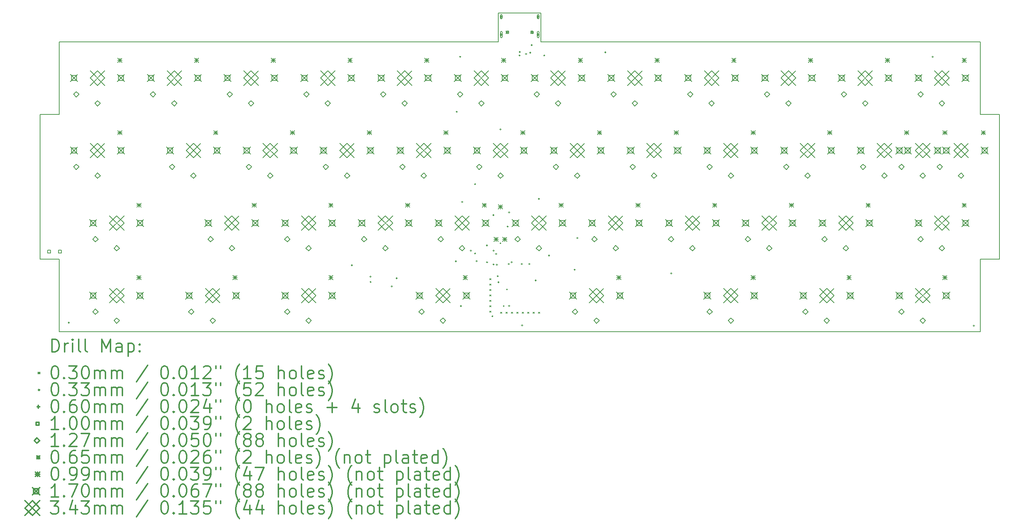
<source format=gbr>
%FSLAX45Y45*%
G04 Gerber Fmt 4.5, Leading zero omitted, Abs format (unit mm)*
G04 Created by KiCad (PCBNEW (5.1.5-0-10_14)) date 2020-12-02 09:52:58*
%MOMM*%
%LPD*%
G04 APERTURE LIST*
%TA.AperFunction,Profile*%
%ADD10C,0.150000*%
%TD*%
%ADD11C,0.200000*%
%ADD12C,0.300000*%
G04 APERTURE END LIST*
D10*
X1650000Y-7250000D02*
X2100000Y-7250000D01*
X1650000Y-3850000D02*
X2100000Y-3850000D01*
X1650000Y-7250000D02*
X1650000Y-3850000D01*
X12400000Y-2150000D02*
X2100000Y-2150000D01*
X12400000Y-1469280D02*
X12400000Y-2150000D01*
X13400000Y-1469280D02*
X12400000Y-1469280D01*
X13400000Y-2150000D02*
X13400000Y-1469280D01*
X23700000Y-2150000D02*
X13400000Y-2150000D01*
X2100000Y-2150000D02*
X2100000Y-3850000D01*
X23700000Y-3850000D02*
X23700000Y-2150000D01*
X24150000Y-7250000D02*
X24150000Y-3850000D01*
X23700000Y-8950000D02*
X23700000Y-7250000D01*
X24150000Y-3850000D02*
X23700000Y-3850000D01*
X24150000Y-7250000D02*
X23700000Y-7250000D01*
X2100000Y-8950000D02*
X23700000Y-8950000D01*
X2100000Y-7250000D02*
X2100000Y-8950000D01*
D11*
X12194200Y-7701700D02*
X12224200Y-7731700D01*
X12224200Y-7701700D02*
X12194200Y-7731700D01*
X12194200Y-7828700D02*
X12224200Y-7858700D01*
X12224200Y-7828700D02*
X12194200Y-7858700D01*
X12194200Y-7955700D02*
X12224200Y-7985700D01*
X12224200Y-7955700D02*
X12194200Y-7985700D01*
X12194200Y-8082700D02*
X12224200Y-8112700D01*
X12224200Y-8082700D02*
X12194200Y-8112700D01*
X12194200Y-8209700D02*
X12224200Y-8239700D01*
X12224200Y-8209700D02*
X12194200Y-8239700D01*
X12194200Y-8336700D02*
X12224200Y-8366700D01*
X12224200Y-8336700D02*
X12194200Y-8366700D01*
X12194200Y-8463700D02*
X12224200Y-8493700D01*
X12224200Y-8463700D02*
X12194200Y-8493700D01*
X12448200Y-8489100D02*
X12478200Y-8519100D01*
X12478200Y-8489100D02*
X12448200Y-8519100D01*
X12575200Y-8489100D02*
X12605200Y-8519100D01*
X12605200Y-8489100D02*
X12575200Y-8519100D01*
X12702200Y-8489100D02*
X12732200Y-8519100D01*
X12732200Y-8489100D02*
X12702200Y-8519100D01*
X12829200Y-8489100D02*
X12859200Y-8519100D01*
X12859200Y-8489100D02*
X12829200Y-8519100D01*
X12956200Y-8489100D02*
X12986200Y-8519100D01*
X12986200Y-8489100D02*
X12956200Y-8519100D01*
X13083200Y-8489100D02*
X13113200Y-8519100D01*
X13113200Y-8489100D02*
X13083200Y-8519100D01*
X13210200Y-8489100D02*
X13240200Y-8519100D01*
X13240200Y-8489100D02*
X13210200Y-8519100D01*
X13337200Y-8489100D02*
X13367200Y-8519100D01*
X13367200Y-8489100D02*
X13337200Y-8519100D01*
X2341500Y-8737497D02*
G75*
G03X2341500Y-8737497I-16500J0D01*
G01*
X8979580Y-7391666D02*
G75*
G03X8979580Y-7391666I-16500J0D01*
G01*
X9416460Y-7660831D02*
G75*
G03X9416460Y-7660831I-16500J0D01*
G01*
X9416460Y-7780831D02*
G75*
G03X9416460Y-7780831I-16500J0D01*
G01*
X9916500Y-7887497D02*
G75*
G03X9916500Y-7887497I-16500J0D01*
G01*
X10031140Y-7697360D02*
G75*
G03X10031140Y-7697360I-16500J0D01*
G01*
X11417980Y-7296040D02*
G75*
G03X11417980Y-7296040I-16500J0D01*
G01*
X11438300Y-3790840D02*
G75*
G03X11438300Y-3790840I-16500J0D01*
G01*
X11519580Y-2500520D02*
G75*
G03X11519580Y-2500520I-16500J0D01*
G01*
X11535620Y-8348400D02*
G75*
G03X11535620Y-8348400I-16500J0D01*
G01*
X11566500Y-5904165D02*
G75*
G03X11566500Y-5904165I-16500J0D01*
G01*
X11768500Y-7050000D02*
G75*
G03X11768500Y-7050000I-16500J0D01*
G01*
X11870100Y-5487560D02*
G75*
G03X11870100Y-5487560I-16500J0D01*
G01*
X11870100Y-7113160D02*
G75*
G03X11870100Y-7113160I-16500J0D01*
G01*
X11905660Y-7296040D02*
G75*
G03X11905660Y-7296040I-16500J0D01*
G01*
X12149500Y-6925200D02*
G75*
G03X12149500Y-6925200I-16500J0D01*
G01*
X12149500Y-7321440D02*
G75*
G03X12149500Y-7321440I-16500J0D01*
G01*
X12276500Y-8586360D02*
G75*
G03X12276500Y-8586360I-16500J0D01*
G01*
X12301900Y-7050000D02*
G75*
G03X12301900Y-7050000I-16500J0D01*
G01*
X12301900Y-7372240D02*
G75*
G03X12301900Y-7372240I-16500J0D01*
G01*
X12301900Y-6214000D02*
G75*
G03X12301900Y-6214000I-16500J0D01*
G01*
X12362860Y-7123320D02*
G75*
G03X12362860Y-7123320I-16500J0D01*
G01*
X12381723Y-7377561D02*
G75*
G03X12381723Y-7377561I-16500J0D01*
G01*
X12398420Y-7646560D02*
G75*
G03X12398420Y-7646560I-16500J0D01*
G01*
X12418740Y-7788800D02*
G75*
G03X12418740Y-7788800I-16500J0D01*
G01*
X12464460Y-6874400D02*
G75*
G03X12464460Y-6874400I-16500J0D01*
G01*
X12466500Y-4204166D02*
G75*
G03X12466500Y-4204166I-16500J0D01*
G01*
X12540660Y-8347600D02*
G75*
G03X12540660Y-8347600I-16500J0D01*
G01*
X12616500Y-7958331D02*
G75*
G03X12616500Y-7958331I-16500J0D01*
G01*
X12632100Y-6483240D02*
G75*
G03X12632100Y-6483240I-16500J0D01*
G01*
X12657500Y-7362080D02*
G75*
G03X12657500Y-7362080I-16500J0D01*
G01*
X12667660Y-6147960D02*
G75*
G03X12667660Y-6147960I-16500J0D01*
G01*
X12667660Y-8342520D02*
G75*
G03X12667660Y-8342520I-16500J0D01*
G01*
X12725633Y-7320152D02*
G75*
G03X12725633Y-7320152I-16500J0D01*
G01*
X12911500Y-2470040D02*
G75*
G03X12911500Y-2470040I-16500J0D01*
G01*
X12916550Y-2390198D02*
G75*
G03X12916550Y-2390198I-16500J0D01*
G01*
X12962300Y-7362080D02*
G75*
G03X12962300Y-7362080I-16500J0D01*
G01*
X12974019Y-8801886D02*
G75*
G03X12974019Y-8801886I-16500J0D01*
G01*
X13066500Y-2433333D02*
G75*
G03X13066500Y-2433333I-16500J0D01*
G01*
X13140100Y-7362080D02*
G75*
G03X13140100Y-7362080I-16500J0D01*
G01*
X13160420Y-2404000D02*
G75*
G03X13160420Y-2404000I-16500J0D01*
G01*
X13195980Y-2226200D02*
G75*
G03X13195980Y-2226200I-16500J0D01*
G01*
X13291500Y-7745831D02*
G75*
G03X13291500Y-7745831I-16500J0D01*
G01*
X13366500Y-5833332D02*
G75*
G03X13366500Y-5833332I-16500J0D01*
G01*
X13490620Y-2470040D02*
G75*
G03X13490620Y-2470040I-16500J0D01*
G01*
X13602380Y-7163960D02*
G75*
G03X13602380Y-7163960I-16500J0D01*
G01*
X14201820Y-7494160D02*
G75*
G03X14201820Y-7494160I-16500J0D01*
G01*
X14266500Y-6754164D02*
G75*
G03X14266500Y-6754164I-16500J0D01*
G01*
X14923180Y-2393840D02*
G75*
G03X14923180Y-2393840I-16500J0D01*
G01*
X16466500Y-7580000D02*
G75*
G03X16466500Y-7580000I-16500J0D01*
G01*
X22599060Y-2500520D02*
G75*
G03X22599060Y-2500520I-16500J0D01*
G01*
X23566500Y-8808330D02*
G75*
G03X23566500Y-8808330I-16500J0D01*
G01*
X12468000Y-1530000D02*
X12468000Y-1590000D01*
X12438000Y-1560000D02*
X12498000Y-1560000D01*
X12488000Y-1590000D02*
X12488000Y-1530000D01*
X12448000Y-1590000D02*
X12448000Y-1530000D01*
X12488000Y-1530000D02*
G75*
G03X12448000Y-1530000I-20000J0D01*
G01*
X12448000Y-1590000D02*
G75*
G03X12488000Y-1590000I20000J0D01*
G01*
X12468000Y-1948000D02*
X12468000Y-2008000D01*
X12438000Y-1978000D02*
X12498000Y-1978000D01*
X12488000Y-2033000D02*
X12488000Y-1923000D01*
X12448000Y-2033000D02*
X12448000Y-1923000D01*
X12488000Y-1923000D02*
G75*
G03X12448000Y-1923000I-20000J0D01*
G01*
X12448000Y-2033000D02*
G75*
G03X12488000Y-2033000I20000J0D01*
G01*
X13332000Y-1530000D02*
X13332000Y-1590000D01*
X13302000Y-1560000D02*
X13362000Y-1560000D01*
X13352000Y-1590000D02*
X13352000Y-1530000D01*
X13312000Y-1590000D02*
X13312000Y-1530000D01*
X13352000Y-1530000D02*
G75*
G03X13312000Y-1530000I-20000J0D01*
G01*
X13312000Y-1590000D02*
G75*
G03X13352000Y-1590000I20000J0D01*
G01*
X13332000Y-1948000D02*
X13332000Y-2008000D01*
X13302000Y-1978000D02*
X13362000Y-1978000D01*
X13352000Y-2033000D02*
X13352000Y-1923000D01*
X13312000Y-2033000D02*
X13312000Y-1923000D01*
X13352000Y-1923000D02*
G75*
G03X13312000Y-1923000I-20000J0D01*
G01*
X13312000Y-2033000D02*
G75*
G03X13352000Y-2033000I20000J0D01*
G01*
X1897231Y-7106606D02*
X1897231Y-7035894D01*
X1826519Y-7035894D01*
X1826519Y-7106606D01*
X1897231Y-7106606D01*
X2151231Y-7106606D02*
X2151231Y-7035894D01*
X2080519Y-7035894D01*
X2080519Y-7106606D01*
X2151231Y-7106606D01*
X2500000Y-3443500D02*
X2563500Y-3380000D01*
X2500000Y-3316500D01*
X2436500Y-3380000D01*
X2500000Y-3443500D01*
X3000000Y-3653500D02*
X3063500Y-3590000D01*
X3000000Y-3526500D01*
X2936500Y-3590000D01*
X3000000Y-3653500D01*
X9250000Y-6843500D02*
X9313500Y-6780000D01*
X9250000Y-6716500D01*
X9186500Y-6780000D01*
X9250000Y-6843500D01*
X9750000Y-7053500D02*
X9813500Y-6990000D01*
X9750000Y-6926500D01*
X9686500Y-6990000D01*
X9750000Y-7053500D01*
X15100000Y-3443500D02*
X15163500Y-3380000D01*
X15100000Y-3316500D01*
X15036500Y-3380000D01*
X15100000Y-3443500D01*
X15600000Y-3653500D02*
X15663500Y-3590000D01*
X15600000Y-3526500D01*
X15536500Y-3590000D01*
X15600000Y-3653500D01*
X20050000Y-6843500D02*
X20113500Y-6780000D01*
X20050000Y-6716500D01*
X19986500Y-6780000D01*
X20050000Y-6843500D01*
X20550000Y-7053500D02*
X20613500Y-6990000D01*
X20550000Y-6926500D01*
X20486500Y-6990000D01*
X20550000Y-7053500D01*
X18250000Y-6843500D02*
X18313500Y-6780000D01*
X18250000Y-6716500D01*
X18186500Y-6780000D01*
X18250000Y-6843500D01*
X18750000Y-7053500D02*
X18813500Y-6990000D01*
X18750000Y-6926500D01*
X18686500Y-6990000D01*
X18750000Y-7053500D01*
X13750000Y-5143500D02*
X13813500Y-5080000D01*
X13750000Y-5016500D01*
X13686500Y-5080000D01*
X13750000Y-5143500D01*
X14250000Y-5353500D02*
X14313500Y-5290000D01*
X14250000Y-5226500D01*
X14186500Y-5290000D01*
X14250000Y-5353500D01*
X11950000Y-5143500D02*
X12013500Y-5080000D01*
X11950000Y-5016500D01*
X11886500Y-5080000D01*
X11950000Y-5143500D01*
X12450000Y-5353500D02*
X12513500Y-5290000D01*
X12450000Y-5226500D01*
X12386500Y-5290000D01*
X12450000Y-5353500D01*
X6100000Y-3443500D02*
X6163500Y-3380000D01*
X6100000Y-3316500D01*
X6036500Y-3380000D01*
X6100000Y-3443500D01*
X6600000Y-3653500D02*
X6663500Y-3590000D01*
X6600000Y-3526500D01*
X6536500Y-3590000D01*
X6600000Y-3653500D01*
X11050000Y-6843500D02*
X11113500Y-6780000D01*
X11050000Y-6716500D01*
X10986500Y-6780000D01*
X11050000Y-6843500D01*
X11550000Y-7053500D02*
X11613500Y-6990000D01*
X11550000Y-6926500D01*
X11486500Y-6990000D01*
X11550000Y-7053500D01*
X22300000Y-6843500D02*
X22363500Y-6780000D01*
X22300000Y-6716500D01*
X22236500Y-6780000D01*
X22300000Y-6843500D01*
X22800000Y-7053500D02*
X22863500Y-6990000D01*
X22800000Y-6926500D01*
X22736500Y-6990000D01*
X22800000Y-7053500D01*
X22300000Y-3443500D02*
X22363500Y-3380000D01*
X22300000Y-3316500D01*
X22236500Y-3380000D01*
X22300000Y-3443500D01*
X22800000Y-3653500D02*
X22863500Y-3590000D01*
X22800000Y-3526500D01*
X22736500Y-3590000D01*
X22800000Y-3653500D01*
X7900000Y-3443500D02*
X7963500Y-3380000D01*
X7900000Y-3316500D01*
X7836500Y-3380000D01*
X7900000Y-3443500D01*
X8400000Y-3653500D02*
X8463500Y-3590000D01*
X8400000Y-3526500D01*
X8336500Y-3590000D01*
X8400000Y-3653500D01*
X12850000Y-6843500D02*
X12913500Y-6780000D01*
X12850000Y-6716500D01*
X12786500Y-6780000D01*
X12850000Y-6843500D01*
X13350000Y-7053500D02*
X13413500Y-6990000D01*
X13350000Y-6926500D01*
X13286500Y-6990000D01*
X13350000Y-7053500D01*
X16900000Y-3443500D02*
X16963500Y-3380000D01*
X16900000Y-3316500D01*
X16836500Y-3380000D01*
X16900000Y-3443500D01*
X17400000Y-3653500D02*
X17463500Y-3590000D01*
X17400000Y-3526500D01*
X17336500Y-3590000D01*
X17400000Y-3653500D01*
X17350000Y-8543500D02*
X17413500Y-8480000D01*
X17350000Y-8416500D01*
X17286500Y-8480000D01*
X17350000Y-8543500D01*
X17850000Y-8753500D02*
X17913500Y-8690000D01*
X17850000Y-8626500D01*
X17786500Y-8690000D01*
X17850000Y-8753500D01*
X10600000Y-8543500D02*
X10663500Y-8480000D01*
X10600000Y-8416500D01*
X10536500Y-8480000D01*
X10600000Y-8543500D01*
X11100000Y-8753500D02*
X11163500Y-8690000D01*
X11100000Y-8626500D01*
X11036500Y-8690000D01*
X11100000Y-8753500D01*
X4750000Y-5143500D02*
X4813500Y-5080000D01*
X4750000Y-5016500D01*
X4686500Y-5080000D01*
X4750000Y-5143500D01*
X5250000Y-5353500D02*
X5313500Y-5290000D01*
X5250000Y-5226500D01*
X5186500Y-5290000D01*
X5250000Y-5353500D01*
X15550000Y-5143500D02*
X15613500Y-5080000D01*
X15550000Y-5016500D01*
X15486500Y-5080000D01*
X15550000Y-5143500D01*
X16050000Y-5353500D02*
X16113500Y-5290000D01*
X16050000Y-5226500D01*
X15986500Y-5290000D01*
X16050000Y-5353500D01*
X2950000Y-6843500D02*
X3013500Y-6780000D01*
X2950000Y-6716500D01*
X2886500Y-6780000D01*
X2950000Y-6843500D01*
X3450000Y-7053500D02*
X3513500Y-6990000D01*
X3450000Y-6926500D01*
X3386500Y-6990000D01*
X3450000Y-7053500D01*
X9700000Y-3443500D02*
X9763500Y-3380000D01*
X9700000Y-3316500D01*
X9636500Y-3380000D01*
X9700000Y-3443500D01*
X10200000Y-3653500D02*
X10263500Y-3590000D01*
X10200000Y-3526500D01*
X10136500Y-3590000D01*
X10200000Y-3653500D01*
X18700000Y-3443500D02*
X18763500Y-3380000D01*
X18700000Y-3316500D01*
X18636500Y-3380000D01*
X18700000Y-3443500D01*
X19200000Y-3653500D02*
X19263500Y-3590000D01*
X19200000Y-3526500D01*
X19136500Y-3590000D01*
X19200000Y-3653500D01*
X2950000Y-8543500D02*
X3013500Y-8480000D01*
X2950000Y-8416500D01*
X2886500Y-8480000D01*
X2950000Y-8543500D01*
X3450000Y-8753500D02*
X3513500Y-8690000D01*
X3450000Y-8626500D01*
X3386500Y-8690000D01*
X3450000Y-8753500D01*
X19600000Y-8543500D02*
X19663500Y-8480000D01*
X19600000Y-8416500D01*
X19536500Y-8480000D01*
X19600000Y-8543500D01*
X20100000Y-8753500D02*
X20163500Y-8690000D01*
X20100000Y-8626500D01*
X20036500Y-8690000D01*
X20100000Y-8753500D01*
X22750000Y-5143500D02*
X22813500Y-5080000D01*
X22750000Y-5016500D01*
X22686500Y-5080000D01*
X22750000Y-5143500D01*
X23250000Y-5353500D02*
X23313500Y-5290000D01*
X23250000Y-5226500D01*
X23186500Y-5290000D01*
X23250000Y-5353500D01*
X6550000Y-5143500D02*
X6613500Y-5080000D01*
X6550000Y-5016500D01*
X6486500Y-5080000D01*
X6550000Y-5143500D01*
X7050000Y-5353500D02*
X7113500Y-5290000D01*
X7050000Y-5226500D01*
X6986500Y-5290000D01*
X7050000Y-5353500D01*
X17350000Y-5143500D02*
X17413500Y-5080000D01*
X17350000Y-5016500D01*
X17286500Y-5080000D01*
X17350000Y-5143500D01*
X17850000Y-5353500D02*
X17913500Y-5290000D01*
X17850000Y-5226500D01*
X17786500Y-5290000D01*
X17850000Y-5353500D01*
X5650000Y-6843500D02*
X5713500Y-6780000D01*
X5650000Y-6716500D01*
X5586500Y-6780000D01*
X5650000Y-6843500D01*
X6150000Y-7053500D02*
X6213500Y-6990000D01*
X6150000Y-6926500D01*
X6086500Y-6990000D01*
X6150000Y-7053500D01*
X21850000Y-8543500D02*
X21913500Y-8480000D01*
X21850000Y-8416500D01*
X21786500Y-8480000D01*
X21850000Y-8543500D01*
X22350000Y-8753500D02*
X22413500Y-8690000D01*
X22350000Y-8626500D01*
X22286500Y-8690000D01*
X22350000Y-8753500D01*
X11500000Y-3443500D02*
X11563500Y-3380000D01*
X11500000Y-3316500D01*
X11436500Y-3380000D01*
X11500000Y-3443500D01*
X12000000Y-3653500D02*
X12063500Y-3590000D01*
X12000000Y-3526500D01*
X11936500Y-3590000D01*
X12000000Y-3653500D01*
X14650000Y-6843500D02*
X14713500Y-6780000D01*
X14650000Y-6716500D01*
X14586500Y-6780000D01*
X14650000Y-6843500D01*
X15150000Y-7053500D02*
X15213500Y-6990000D01*
X15150000Y-6926500D01*
X15086500Y-6990000D01*
X15150000Y-7053500D01*
X20500000Y-3443500D02*
X20563500Y-3380000D01*
X20500000Y-3316500D01*
X20436500Y-3380000D01*
X20500000Y-3443500D01*
X21000000Y-3653500D02*
X21063500Y-3590000D01*
X21000000Y-3526500D01*
X20936500Y-3590000D01*
X21000000Y-3653500D01*
X5200000Y-8543500D02*
X5263500Y-8480000D01*
X5200000Y-8416500D01*
X5136500Y-8480000D01*
X5200000Y-8543500D01*
X5700000Y-8753500D02*
X5763500Y-8690000D01*
X5700000Y-8626500D01*
X5636500Y-8690000D01*
X5700000Y-8753500D01*
X8350000Y-5143500D02*
X8413500Y-5080000D01*
X8350000Y-5016500D01*
X8286500Y-5080000D01*
X8350000Y-5143500D01*
X8850000Y-5353500D02*
X8913500Y-5290000D01*
X8850000Y-5226500D01*
X8786500Y-5290000D01*
X8850000Y-5353500D01*
X7450000Y-6843500D02*
X7513500Y-6780000D01*
X7450000Y-6716500D01*
X7386500Y-6780000D01*
X7450000Y-6843500D01*
X7950000Y-7053500D02*
X8013500Y-6990000D01*
X7950000Y-6926500D01*
X7886500Y-6990000D01*
X7950000Y-7053500D01*
X21850000Y-5143500D02*
X21913500Y-5080000D01*
X21850000Y-5016500D01*
X21786500Y-5080000D01*
X21850000Y-5143500D01*
X22350000Y-5353500D02*
X22413500Y-5290000D01*
X22350000Y-5226500D01*
X22286500Y-5290000D01*
X22350000Y-5353500D01*
X13300000Y-3443500D02*
X13363500Y-3380000D01*
X13300000Y-3316500D01*
X13236500Y-3380000D01*
X13300000Y-3443500D01*
X13800000Y-3653500D02*
X13863500Y-3590000D01*
X13800000Y-3526500D01*
X13736500Y-3590000D01*
X13800000Y-3653500D01*
X16450000Y-6843500D02*
X16513500Y-6780000D01*
X16450000Y-6716500D01*
X16386500Y-6780000D01*
X16450000Y-6843500D01*
X16950000Y-7053500D02*
X17013500Y-6990000D01*
X16950000Y-6926500D01*
X16886500Y-6990000D01*
X16950000Y-7053500D01*
X2500000Y-5143500D02*
X2563500Y-5080000D01*
X2500000Y-5016500D01*
X2436500Y-5080000D01*
X2500000Y-5143500D01*
X3000000Y-5353500D02*
X3063500Y-5290000D01*
X3000000Y-5226500D01*
X2936500Y-5290000D01*
X3000000Y-5353500D01*
X7450000Y-8543500D02*
X7513500Y-8480000D01*
X7450000Y-8416500D01*
X7386500Y-8480000D01*
X7450000Y-8543500D01*
X7950000Y-8753500D02*
X8013500Y-8690000D01*
X7950000Y-8626500D01*
X7886500Y-8690000D01*
X7950000Y-8753500D01*
X14200000Y-8543500D02*
X14263500Y-8480000D01*
X14200000Y-8416500D01*
X14136500Y-8480000D01*
X14200000Y-8543500D01*
X14700000Y-8753500D02*
X14763500Y-8690000D01*
X14700000Y-8626500D01*
X14636500Y-8690000D01*
X14700000Y-8753500D01*
X10150000Y-5143500D02*
X10213500Y-5080000D01*
X10150000Y-5016500D01*
X10086500Y-5080000D01*
X10150000Y-5143500D01*
X10650000Y-5353500D02*
X10713500Y-5290000D01*
X10650000Y-5226500D01*
X10586500Y-5290000D01*
X10650000Y-5353500D01*
X20950000Y-5143500D02*
X21013500Y-5080000D01*
X20950000Y-5016500D01*
X20886500Y-5080000D01*
X20950000Y-5143500D01*
X21450000Y-5353500D02*
X21513500Y-5290000D01*
X21450000Y-5226500D01*
X21386500Y-5290000D01*
X21450000Y-5353500D01*
X19150000Y-5143500D02*
X19213500Y-5080000D01*
X19150000Y-5016500D01*
X19086500Y-5080000D01*
X19150000Y-5143500D01*
X19650000Y-5353500D02*
X19713500Y-5290000D01*
X19650000Y-5226500D01*
X19586500Y-5290000D01*
X19650000Y-5353500D01*
X4300000Y-3443500D02*
X4363500Y-3380000D01*
X4300000Y-3316500D01*
X4236500Y-3380000D01*
X4300000Y-3443500D01*
X4800000Y-3653500D02*
X4863500Y-3590000D01*
X4800000Y-3526500D01*
X4736500Y-3590000D01*
X4800000Y-3653500D01*
X12578500Y-1892500D02*
X12643500Y-1957500D01*
X12643500Y-1892500D02*
X12578500Y-1957500D01*
X12643500Y-1925000D02*
G75*
G03X12643500Y-1925000I-32500J0D01*
G01*
X13156500Y-1892500D02*
X13221500Y-1957500D01*
X13221500Y-1892500D02*
X13156500Y-1957500D01*
X13221500Y-1925000D02*
G75*
G03X13221500Y-1925000I-32500J0D01*
G01*
X17422470Y-5930470D02*
X17521530Y-6029530D01*
X17521530Y-5930470D02*
X17422470Y-6029530D01*
X17472000Y-5930470D02*
X17472000Y-6029530D01*
X17422470Y-5980000D02*
X17521530Y-5980000D01*
X3472470Y-4230470D02*
X3571530Y-4329530D01*
X3571530Y-4230470D02*
X3472470Y-4329530D01*
X3522000Y-4230470D02*
X3522000Y-4329530D01*
X3472470Y-4280000D02*
X3571530Y-4280000D01*
X8422470Y-7630470D02*
X8521530Y-7729530D01*
X8521530Y-7630470D02*
X8422470Y-7729530D01*
X8472000Y-7630470D02*
X8472000Y-7729530D01*
X8422470Y-7680000D02*
X8521530Y-7680000D01*
X15172470Y-7630470D02*
X15271530Y-7729530D01*
X15271530Y-7630470D02*
X15172470Y-7729530D01*
X15222000Y-7630470D02*
X15222000Y-7729530D01*
X15172470Y-7680000D02*
X15271530Y-7680000D01*
X11122470Y-4230470D02*
X11221530Y-4329530D01*
X11221530Y-4230470D02*
X11122470Y-4329530D01*
X11172000Y-4230470D02*
X11172000Y-4329530D01*
X11122470Y-4280000D02*
X11221530Y-4280000D01*
X21922470Y-4230470D02*
X22021530Y-4329530D01*
X22021530Y-4230470D02*
X21922470Y-4329530D01*
X21972000Y-4230470D02*
X21972000Y-4329530D01*
X21922470Y-4280000D02*
X22021530Y-4280000D01*
X20122470Y-4230470D02*
X20221530Y-4329530D01*
X20221530Y-4230470D02*
X20122470Y-4329530D01*
X20172000Y-4230470D02*
X20172000Y-4329530D01*
X20122470Y-4280000D02*
X20221530Y-4280000D01*
X5272470Y-2530470D02*
X5371530Y-2629530D01*
X5371530Y-2530470D02*
X5272470Y-2629530D01*
X5322000Y-2530470D02*
X5322000Y-2629530D01*
X5272470Y-2580000D02*
X5371530Y-2580000D01*
X3472470Y-2530470D02*
X3571530Y-2629530D01*
X3571530Y-2530470D02*
X3472470Y-2629530D01*
X3522000Y-2530470D02*
X3522000Y-2629530D01*
X3472470Y-2580000D02*
X3571530Y-2580000D01*
X10222470Y-5930470D02*
X10321530Y-6029530D01*
X10321530Y-5930470D02*
X10222470Y-6029530D01*
X10272000Y-5930470D02*
X10272000Y-6029530D01*
X10222470Y-5980000D02*
X10321530Y-5980000D01*
X16072470Y-2530470D02*
X16171530Y-2629530D01*
X16171530Y-2530470D02*
X16072470Y-2629530D01*
X16122000Y-2530470D02*
X16122000Y-2629530D01*
X16072470Y-2580000D02*
X16171530Y-2580000D01*
X21022470Y-5930470D02*
X21121530Y-6029530D01*
X21121530Y-5930470D02*
X21022470Y-6029530D01*
X21072000Y-5930470D02*
X21072000Y-6029530D01*
X21022470Y-5980000D02*
X21121530Y-5980000D01*
X19222470Y-5930470D02*
X19321530Y-6029530D01*
X19321530Y-5930470D02*
X19222470Y-6029530D01*
X19272000Y-5930470D02*
X19272000Y-6029530D01*
X19222470Y-5980000D02*
X19321530Y-5980000D01*
X14722470Y-4230470D02*
X14821530Y-4329530D01*
X14821530Y-4230470D02*
X14722470Y-4329530D01*
X14772000Y-4230470D02*
X14772000Y-4329530D01*
X14722470Y-4280000D02*
X14821530Y-4280000D01*
X12922470Y-4230470D02*
X13021530Y-4329530D01*
X13021530Y-4230470D02*
X12922470Y-4329530D01*
X12972000Y-4230470D02*
X12972000Y-4329530D01*
X12922470Y-4280000D02*
X13021530Y-4280000D01*
X7072470Y-2530470D02*
X7171530Y-2629530D01*
X7171530Y-2530470D02*
X7072470Y-2629530D01*
X7122000Y-2530470D02*
X7122000Y-2629530D01*
X7072470Y-2580000D02*
X7171530Y-2580000D01*
X12022470Y-5930470D02*
X12121530Y-6029530D01*
X12121530Y-5930470D02*
X12022470Y-6029530D01*
X12072000Y-5930470D02*
X12072000Y-6029530D01*
X12022470Y-5980000D02*
X12121530Y-5980000D01*
X23272470Y-5930470D02*
X23371530Y-6029530D01*
X23371530Y-5930470D02*
X23272470Y-6029530D01*
X23322000Y-5930470D02*
X23322000Y-6029530D01*
X23272470Y-5980000D02*
X23371530Y-5980000D01*
X23272470Y-2530470D02*
X23371530Y-2629530D01*
X23371530Y-2530470D02*
X23272470Y-2629530D01*
X23322000Y-2530470D02*
X23322000Y-2629530D01*
X23272470Y-2580000D02*
X23371530Y-2580000D01*
X8872470Y-2530470D02*
X8971530Y-2629530D01*
X8971530Y-2530470D02*
X8872470Y-2629530D01*
X8922000Y-2530470D02*
X8922000Y-2629530D01*
X8872470Y-2580000D02*
X8971530Y-2580000D01*
X13822470Y-5930470D02*
X13921530Y-6029530D01*
X13921530Y-5930470D02*
X13822470Y-6029530D01*
X13872000Y-5930470D02*
X13872000Y-6029530D01*
X13822470Y-5980000D02*
X13921530Y-5980000D01*
X17872470Y-2530470D02*
X17971530Y-2629530D01*
X17971530Y-2530470D02*
X17872470Y-2629530D01*
X17922000Y-2530470D02*
X17922000Y-2629530D01*
X17872470Y-2580000D02*
X17971530Y-2580000D01*
X18322470Y-7630470D02*
X18421530Y-7729530D01*
X18421530Y-7630470D02*
X18322470Y-7729530D01*
X18372000Y-7630470D02*
X18372000Y-7729530D01*
X18322470Y-7680000D02*
X18421530Y-7680000D01*
X11572470Y-7630470D02*
X11671530Y-7729530D01*
X11671530Y-7630470D02*
X11572470Y-7729530D01*
X11622000Y-7630470D02*
X11622000Y-7729530D01*
X11572470Y-7680000D02*
X11671530Y-7680000D01*
X5722470Y-4230470D02*
X5821530Y-4329530D01*
X5821530Y-4230470D02*
X5722470Y-4329530D01*
X5772000Y-4230470D02*
X5772000Y-4329530D01*
X5722470Y-4280000D02*
X5821530Y-4280000D01*
X16522470Y-4230470D02*
X16621530Y-4329530D01*
X16621530Y-4230470D02*
X16522470Y-4329530D01*
X16572000Y-4230470D02*
X16572000Y-4329530D01*
X16522470Y-4280000D02*
X16621530Y-4280000D01*
X3922470Y-5930470D02*
X4021530Y-6029530D01*
X4021530Y-5930470D02*
X3922470Y-6029530D01*
X3972000Y-5930470D02*
X3972000Y-6029530D01*
X3922470Y-5980000D02*
X4021530Y-5980000D01*
X10672470Y-2530470D02*
X10771530Y-2629530D01*
X10771530Y-2530470D02*
X10672470Y-2629530D01*
X10722000Y-2530470D02*
X10722000Y-2629530D01*
X10672470Y-2580000D02*
X10771530Y-2580000D01*
X19672470Y-2530470D02*
X19771530Y-2629530D01*
X19771530Y-2530470D02*
X19672470Y-2629530D01*
X19722000Y-2530470D02*
X19722000Y-2629530D01*
X19672470Y-2580000D02*
X19771530Y-2580000D01*
X3922470Y-7630470D02*
X4021530Y-7729530D01*
X4021530Y-7630470D02*
X3922470Y-7729530D01*
X3972000Y-7630470D02*
X3972000Y-7729530D01*
X3922470Y-7680000D02*
X4021530Y-7680000D01*
X20572470Y-7630470D02*
X20671530Y-7729530D01*
X20671530Y-7630470D02*
X20572470Y-7729530D01*
X20622000Y-7630470D02*
X20622000Y-7729530D01*
X20572470Y-7680000D02*
X20671530Y-7680000D01*
X23722470Y-4230470D02*
X23821530Y-4329530D01*
X23821530Y-4230470D02*
X23722470Y-4329530D01*
X23772000Y-4230470D02*
X23772000Y-4329530D01*
X23722470Y-4280000D02*
X23821530Y-4280000D01*
X7522470Y-4230470D02*
X7621530Y-4329530D01*
X7621530Y-4230470D02*
X7522470Y-4329530D01*
X7572000Y-4230470D02*
X7572000Y-4329530D01*
X7522470Y-4280000D02*
X7621530Y-4280000D01*
X18322470Y-4230470D02*
X18421530Y-4329530D01*
X18421530Y-4230470D02*
X18322470Y-4329530D01*
X18372000Y-4230470D02*
X18372000Y-4329530D01*
X18322470Y-4280000D02*
X18421530Y-4280000D01*
X6622470Y-5930470D02*
X6721530Y-6029530D01*
X6721530Y-5930470D02*
X6622470Y-6029530D01*
X6672000Y-5930470D02*
X6672000Y-6029530D01*
X6622470Y-5980000D02*
X6721530Y-5980000D01*
X22822470Y-7630470D02*
X22921530Y-7729530D01*
X22921530Y-7630470D02*
X22822470Y-7729530D01*
X22872000Y-7630470D02*
X22872000Y-7729530D01*
X22822470Y-7680000D02*
X22921530Y-7680000D01*
X12472470Y-2530470D02*
X12571530Y-2629530D01*
X12571530Y-2530470D02*
X12472470Y-2629530D01*
X12522000Y-2530470D02*
X12522000Y-2629530D01*
X12472470Y-2580000D02*
X12571530Y-2580000D01*
X15622470Y-5930470D02*
X15721530Y-6029530D01*
X15721530Y-5930470D02*
X15622470Y-6029530D01*
X15672000Y-5930470D02*
X15672000Y-6029530D01*
X15622470Y-5980000D02*
X15721530Y-5980000D01*
X21472470Y-2530470D02*
X21571530Y-2629530D01*
X21571530Y-2530470D02*
X21472470Y-2629530D01*
X21522000Y-2530470D02*
X21522000Y-2629530D01*
X21472470Y-2580000D02*
X21571530Y-2580000D01*
X6172470Y-7630470D02*
X6271530Y-7729530D01*
X6271530Y-7630470D02*
X6172470Y-7729530D01*
X6222000Y-7630470D02*
X6222000Y-7729530D01*
X6172470Y-7680000D02*
X6271530Y-7680000D01*
X9322470Y-4230470D02*
X9421530Y-4329530D01*
X9421530Y-4230470D02*
X9322470Y-4329530D01*
X9372000Y-4230470D02*
X9372000Y-4329530D01*
X9322470Y-4280000D02*
X9421530Y-4280000D01*
X12298870Y-6731468D02*
X12397930Y-6830528D01*
X12397930Y-6731468D02*
X12298870Y-6830528D01*
X12348400Y-6731468D02*
X12348400Y-6830528D01*
X12298870Y-6780998D02*
X12397930Y-6780998D01*
X12400470Y-5969468D02*
X12499530Y-6068528D01*
X12499530Y-5969468D02*
X12400470Y-6068528D01*
X12450000Y-5969468D02*
X12450000Y-6068528D01*
X12400470Y-6018998D02*
X12499530Y-6018998D01*
X12502070Y-6731468D02*
X12601130Y-6830528D01*
X12601130Y-6731468D02*
X12502070Y-6830528D01*
X12551600Y-6731468D02*
X12551600Y-6830528D01*
X12502070Y-6780998D02*
X12601130Y-6780998D01*
X8422470Y-5930470D02*
X8521530Y-6029530D01*
X8521530Y-5930470D02*
X8422470Y-6029530D01*
X8472000Y-5930470D02*
X8472000Y-6029530D01*
X8422470Y-5980000D02*
X8521530Y-5980000D01*
X22822470Y-4230470D02*
X22921530Y-4329530D01*
X22921530Y-4230470D02*
X22822470Y-4329530D01*
X22872000Y-4230470D02*
X22872000Y-4329530D01*
X22822470Y-4280000D02*
X22921530Y-4280000D01*
X14272470Y-2530470D02*
X14371530Y-2629530D01*
X14371530Y-2530470D02*
X14272470Y-2629530D01*
X14322000Y-2530470D02*
X14322000Y-2629530D01*
X14272470Y-2580000D02*
X14371530Y-2580000D01*
X17214910Y-4614910D02*
X17385090Y-4785090D01*
X17385090Y-4614910D02*
X17214910Y-4785090D01*
X17360168Y-4760168D02*
X17360168Y-4639832D01*
X17239832Y-4639832D01*
X17239832Y-4760168D01*
X17360168Y-4760168D01*
X18314910Y-4614910D02*
X18485090Y-4785090D01*
X18485090Y-4614910D02*
X18314910Y-4785090D01*
X18460168Y-4760168D02*
X18460168Y-4639832D01*
X18339832Y-4639832D01*
X18339832Y-4760168D01*
X18460168Y-4760168D01*
X5514910Y-6314910D02*
X5685090Y-6485090D01*
X5685090Y-6314910D02*
X5514910Y-6485090D01*
X5660168Y-6460168D02*
X5660168Y-6339832D01*
X5539832Y-6339832D01*
X5539832Y-6460168D01*
X5660168Y-6460168D01*
X6614910Y-6314910D02*
X6785090Y-6485090D01*
X6785090Y-6314910D02*
X6614910Y-6485090D01*
X6760168Y-6460168D02*
X6760168Y-6339832D01*
X6639832Y-6339832D01*
X6639832Y-6460168D01*
X6760168Y-6460168D01*
X21714910Y-8014910D02*
X21885090Y-8185090D01*
X21885090Y-8014910D02*
X21714910Y-8185090D01*
X21860168Y-8160168D02*
X21860168Y-8039832D01*
X21739832Y-8039832D01*
X21739832Y-8160168D01*
X21860168Y-8160168D01*
X22814910Y-8014910D02*
X22985090Y-8185090D01*
X22985090Y-8014910D02*
X22814910Y-8185090D01*
X22960168Y-8160168D02*
X22960168Y-8039832D01*
X22839832Y-8039832D01*
X22839832Y-8160168D01*
X22960168Y-8160168D01*
X11364910Y-2914910D02*
X11535090Y-3085090D01*
X11535090Y-2914910D02*
X11364910Y-3085090D01*
X11510168Y-3060168D02*
X11510168Y-2939832D01*
X11389832Y-2939832D01*
X11389832Y-3060168D01*
X11510168Y-3060168D01*
X12464910Y-2914910D02*
X12635090Y-3085090D01*
X12635090Y-2914910D02*
X12464910Y-3085090D01*
X12610168Y-3060168D02*
X12610168Y-2939832D01*
X12489832Y-2939832D01*
X12489832Y-3060168D01*
X12610168Y-3060168D01*
X14514910Y-6314910D02*
X14685090Y-6485090D01*
X14685090Y-6314910D02*
X14514910Y-6485090D01*
X14660168Y-6460168D02*
X14660168Y-6339832D01*
X14539832Y-6339832D01*
X14539832Y-6460168D01*
X14660168Y-6460168D01*
X15614910Y-6314910D02*
X15785090Y-6485090D01*
X15785090Y-6314910D02*
X15614910Y-6485090D01*
X15760168Y-6460168D02*
X15760168Y-6339832D01*
X15639832Y-6339832D01*
X15639832Y-6460168D01*
X15760168Y-6460168D01*
X20364910Y-2914910D02*
X20535090Y-3085090D01*
X20535090Y-2914910D02*
X20364910Y-3085090D01*
X20510168Y-3060168D02*
X20510168Y-2939832D01*
X20389832Y-2939832D01*
X20389832Y-3060168D01*
X20510168Y-3060168D01*
X21464910Y-2914910D02*
X21635090Y-3085090D01*
X21635090Y-2914910D02*
X21464910Y-3085090D01*
X21610168Y-3060168D02*
X21610168Y-2939832D01*
X21489832Y-2939832D01*
X21489832Y-3060168D01*
X21610168Y-3060168D01*
X5064910Y-8014910D02*
X5235090Y-8185090D01*
X5235090Y-8014910D02*
X5064910Y-8185090D01*
X5210168Y-8160168D02*
X5210168Y-8039832D01*
X5089832Y-8039832D01*
X5089832Y-8160168D01*
X5210168Y-8160168D01*
X6164910Y-8014910D02*
X6335090Y-8185090D01*
X6335090Y-8014910D02*
X6164910Y-8185090D01*
X6310168Y-8160168D02*
X6310168Y-8039832D01*
X6189832Y-8039832D01*
X6189832Y-8160168D01*
X6310168Y-8160168D01*
X8214910Y-4614910D02*
X8385090Y-4785090D01*
X8385090Y-4614910D02*
X8214910Y-4785090D01*
X8360168Y-4760168D02*
X8360168Y-4639832D01*
X8239832Y-4639832D01*
X8239832Y-4760168D01*
X8360168Y-4760168D01*
X9314910Y-4614910D02*
X9485090Y-4785090D01*
X9485090Y-4614910D02*
X9314910Y-4785090D01*
X9460168Y-4760168D02*
X9460168Y-4639832D01*
X9339832Y-4639832D01*
X9339832Y-4760168D01*
X9460168Y-4760168D01*
X7314910Y-6314910D02*
X7485090Y-6485090D01*
X7485090Y-6314910D02*
X7314910Y-6485090D01*
X7460168Y-6460168D02*
X7460168Y-6339832D01*
X7339832Y-6339832D01*
X7339832Y-6460168D01*
X7460168Y-6460168D01*
X8414910Y-6314910D02*
X8585090Y-6485090D01*
X8585090Y-6314910D02*
X8414910Y-6485090D01*
X8560168Y-6460168D02*
X8560168Y-6339832D01*
X8439832Y-6339832D01*
X8439832Y-6460168D01*
X8560168Y-6460168D01*
X21714910Y-4614910D02*
X21885090Y-4785090D01*
X21885090Y-4614910D02*
X21714910Y-4785090D01*
X21860168Y-4760168D02*
X21860168Y-4639832D01*
X21739832Y-4639832D01*
X21739832Y-4760168D01*
X21860168Y-4760168D01*
X22814910Y-4614910D02*
X22985090Y-4785090D01*
X22985090Y-4614910D02*
X22814910Y-4785090D01*
X22960168Y-4760168D02*
X22960168Y-4639832D01*
X22839832Y-4639832D01*
X22839832Y-4760168D01*
X22960168Y-4760168D01*
X13164910Y-2914910D02*
X13335090Y-3085090D01*
X13335090Y-2914910D02*
X13164910Y-3085090D01*
X13310168Y-3060168D02*
X13310168Y-2939832D01*
X13189832Y-2939832D01*
X13189832Y-3060168D01*
X13310168Y-3060168D01*
X14264910Y-2914910D02*
X14435090Y-3085090D01*
X14435090Y-2914910D02*
X14264910Y-3085090D01*
X14410168Y-3060168D02*
X14410168Y-2939832D01*
X14289832Y-2939832D01*
X14289832Y-3060168D01*
X14410168Y-3060168D01*
X16314910Y-6314910D02*
X16485090Y-6485090D01*
X16485090Y-6314910D02*
X16314910Y-6485090D01*
X16460168Y-6460168D02*
X16460168Y-6339832D01*
X16339832Y-6339832D01*
X16339832Y-6460168D01*
X16460168Y-6460168D01*
X17414910Y-6314910D02*
X17585090Y-6485090D01*
X17585090Y-6314910D02*
X17414910Y-6485090D01*
X17560168Y-6460168D02*
X17560168Y-6339832D01*
X17439832Y-6339832D01*
X17439832Y-6460168D01*
X17560168Y-6460168D01*
X2364910Y-4614910D02*
X2535090Y-4785090D01*
X2535090Y-4614910D02*
X2364910Y-4785090D01*
X2510168Y-4760168D02*
X2510168Y-4639832D01*
X2389832Y-4639832D01*
X2389832Y-4760168D01*
X2510168Y-4760168D01*
X3464910Y-4614910D02*
X3635090Y-4785090D01*
X3635090Y-4614910D02*
X3464910Y-4785090D01*
X3610168Y-4760168D02*
X3610168Y-4639832D01*
X3489832Y-4639832D01*
X3489832Y-4760168D01*
X3610168Y-4760168D01*
X7314910Y-8014910D02*
X7485090Y-8185090D01*
X7485090Y-8014910D02*
X7314910Y-8185090D01*
X7460168Y-8160168D02*
X7460168Y-8039832D01*
X7339832Y-8039832D01*
X7339832Y-8160168D01*
X7460168Y-8160168D01*
X8414910Y-8014910D02*
X8585090Y-8185090D01*
X8585090Y-8014910D02*
X8414910Y-8185090D01*
X8560168Y-8160168D02*
X8560168Y-8039832D01*
X8439832Y-8039832D01*
X8439832Y-8160168D01*
X8560168Y-8160168D01*
X14064910Y-8014910D02*
X14235090Y-8185090D01*
X14235090Y-8014910D02*
X14064910Y-8185090D01*
X14210168Y-8160168D02*
X14210168Y-8039832D01*
X14089832Y-8039832D01*
X14089832Y-8160168D01*
X14210168Y-8160168D01*
X15164910Y-8014910D02*
X15335090Y-8185090D01*
X15335090Y-8014910D02*
X15164910Y-8185090D01*
X15310168Y-8160168D02*
X15310168Y-8039832D01*
X15189832Y-8039832D01*
X15189832Y-8160168D01*
X15310168Y-8160168D01*
X10014910Y-4614910D02*
X10185090Y-4785090D01*
X10185090Y-4614910D02*
X10014910Y-4785090D01*
X10160168Y-4760168D02*
X10160168Y-4639832D01*
X10039832Y-4639832D01*
X10039832Y-4760168D01*
X10160168Y-4760168D01*
X11114910Y-4614910D02*
X11285090Y-4785090D01*
X11285090Y-4614910D02*
X11114910Y-4785090D01*
X11260168Y-4760168D02*
X11260168Y-4639832D01*
X11139832Y-4639832D01*
X11139832Y-4760168D01*
X11260168Y-4760168D01*
X20814910Y-4614910D02*
X20985090Y-4785090D01*
X20985090Y-4614910D02*
X20814910Y-4785090D01*
X20960168Y-4760168D02*
X20960168Y-4639832D01*
X20839832Y-4639832D01*
X20839832Y-4760168D01*
X20960168Y-4760168D01*
X21914910Y-4614910D02*
X22085090Y-4785090D01*
X22085090Y-4614910D02*
X21914910Y-4785090D01*
X22060168Y-4760168D02*
X22060168Y-4639832D01*
X21939832Y-4639832D01*
X21939832Y-4760168D01*
X22060168Y-4760168D01*
X19014910Y-4614910D02*
X19185090Y-4785090D01*
X19185090Y-4614910D02*
X19014910Y-4785090D01*
X19160168Y-4760168D02*
X19160168Y-4639832D01*
X19039832Y-4639832D01*
X19039832Y-4760168D01*
X19160168Y-4760168D01*
X20114910Y-4614910D02*
X20285090Y-4785090D01*
X20285090Y-4614910D02*
X20114910Y-4785090D01*
X20260168Y-4760168D02*
X20260168Y-4639832D01*
X20139832Y-4639832D01*
X20139832Y-4760168D01*
X20260168Y-4760168D01*
X4164910Y-2914910D02*
X4335090Y-3085090D01*
X4335090Y-2914910D02*
X4164910Y-3085090D01*
X4310168Y-3060168D02*
X4310168Y-2939832D01*
X4189832Y-2939832D01*
X4189832Y-3060168D01*
X4310168Y-3060168D01*
X5264910Y-2914910D02*
X5435090Y-3085090D01*
X5435090Y-2914910D02*
X5264910Y-3085090D01*
X5410168Y-3060168D02*
X5410168Y-2939832D01*
X5289832Y-2939832D01*
X5289832Y-3060168D01*
X5410168Y-3060168D01*
X2364910Y-2914910D02*
X2535090Y-3085090D01*
X2535090Y-2914910D02*
X2364910Y-3085090D01*
X2510168Y-3060168D02*
X2510168Y-2939832D01*
X2389832Y-2939832D01*
X2389832Y-3060168D01*
X2510168Y-3060168D01*
X3464910Y-2914910D02*
X3635090Y-3085090D01*
X3635090Y-2914910D02*
X3464910Y-3085090D01*
X3610168Y-3060168D02*
X3610168Y-2939832D01*
X3489832Y-2939832D01*
X3489832Y-3060168D01*
X3610168Y-3060168D01*
X9114910Y-6314910D02*
X9285090Y-6485090D01*
X9285090Y-6314910D02*
X9114910Y-6485090D01*
X9260168Y-6460168D02*
X9260168Y-6339832D01*
X9139832Y-6339832D01*
X9139832Y-6460168D01*
X9260168Y-6460168D01*
X10214910Y-6314910D02*
X10385090Y-6485090D01*
X10385090Y-6314910D02*
X10214910Y-6485090D01*
X10360168Y-6460168D02*
X10360168Y-6339832D01*
X10239832Y-6339832D01*
X10239832Y-6460168D01*
X10360168Y-6460168D01*
X14964910Y-2914910D02*
X15135090Y-3085090D01*
X15135090Y-2914910D02*
X14964910Y-3085090D01*
X15110168Y-3060168D02*
X15110168Y-2939832D01*
X14989832Y-2939832D01*
X14989832Y-3060168D01*
X15110168Y-3060168D01*
X16064910Y-2914910D02*
X16235090Y-3085090D01*
X16235090Y-2914910D02*
X16064910Y-3085090D01*
X16210168Y-3060168D02*
X16210168Y-2939832D01*
X16089832Y-2939832D01*
X16089832Y-3060168D01*
X16210168Y-3060168D01*
X19914910Y-6314910D02*
X20085090Y-6485090D01*
X20085090Y-6314910D02*
X19914910Y-6485090D01*
X20060168Y-6460168D02*
X20060168Y-6339832D01*
X19939832Y-6339832D01*
X19939832Y-6460168D01*
X20060168Y-6460168D01*
X21014910Y-6314910D02*
X21185090Y-6485090D01*
X21185090Y-6314910D02*
X21014910Y-6485090D01*
X21160168Y-6460168D02*
X21160168Y-6339832D01*
X21039832Y-6339832D01*
X21039832Y-6460168D01*
X21160168Y-6460168D01*
X18114910Y-6314910D02*
X18285090Y-6485090D01*
X18285090Y-6314910D02*
X18114910Y-6485090D01*
X18260168Y-6460168D02*
X18260168Y-6339832D01*
X18139832Y-6339832D01*
X18139832Y-6460168D01*
X18260168Y-6460168D01*
X19214910Y-6314910D02*
X19385090Y-6485090D01*
X19385090Y-6314910D02*
X19214910Y-6485090D01*
X19360168Y-6460168D02*
X19360168Y-6339832D01*
X19239832Y-6339832D01*
X19239832Y-6460168D01*
X19360168Y-6460168D01*
X13614910Y-4614910D02*
X13785090Y-4785090D01*
X13785090Y-4614910D02*
X13614910Y-4785090D01*
X13760168Y-4760168D02*
X13760168Y-4639832D01*
X13639832Y-4639832D01*
X13639832Y-4760168D01*
X13760168Y-4760168D01*
X14714910Y-4614910D02*
X14885090Y-4785090D01*
X14885090Y-4614910D02*
X14714910Y-4785090D01*
X14860168Y-4760168D02*
X14860168Y-4639832D01*
X14739832Y-4639832D01*
X14739832Y-4760168D01*
X14860168Y-4760168D01*
X11814910Y-4614910D02*
X11985090Y-4785090D01*
X11985090Y-4614910D02*
X11814910Y-4785090D01*
X11960168Y-4760168D02*
X11960168Y-4639832D01*
X11839832Y-4639832D01*
X11839832Y-4760168D01*
X11960168Y-4760168D01*
X12914910Y-4614910D02*
X13085090Y-4785090D01*
X13085090Y-4614910D02*
X12914910Y-4785090D01*
X13060168Y-4760168D02*
X13060168Y-4639832D01*
X12939832Y-4639832D01*
X12939832Y-4760168D01*
X13060168Y-4760168D01*
X5964910Y-2914910D02*
X6135090Y-3085090D01*
X6135090Y-2914910D02*
X5964910Y-3085090D01*
X6110168Y-3060168D02*
X6110168Y-2939832D01*
X5989832Y-2939832D01*
X5989832Y-3060168D01*
X6110168Y-3060168D01*
X7064910Y-2914910D02*
X7235090Y-3085090D01*
X7235090Y-2914910D02*
X7064910Y-3085090D01*
X7210168Y-3060168D02*
X7210168Y-2939832D01*
X7089832Y-2939832D01*
X7089832Y-3060168D01*
X7210168Y-3060168D01*
X10914910Y-6314910D02*
X11085090Y-6485090D01*
X11085090Y-6314910D02*
X10914910Y-6485090D01*
X11060168Y-6460168D02*
X11060168Y-6339832D01*
X10939832Y-6339832D01*
X10939832Y-6460168D01*
X11060168Y-6460168D01*
X12014910Y-6314910D02*
X12185090Y-6485090D01*
X12185090Y-6314910D02*
X12014910Y-6485090D01*
X12160168Y-6460168D02*
X12160168Y-6339832D01*
X12039832Y-6339832D01*
X12039832Y-6460168D01*
X12160168Y-6460168D01*
X22164910Y-6314910D02*
X22335090Y-6485090D01*
X22335090Y-6314910D02*
X22164910Y-6485090D01*
X22310168Y-6460168D02*
X22310168Y-6339832D01*
X22189832Y-6339832D01*
X22189832Y-6460168D01*
X22310168Y-6460168D01*
X23264910Y-6314910D02*
X23435090Y-6485090D01*
X23435090Y-6314910D02*
X23264910Y-6485090D01*
X23410168Y-6460168D02*
X23410168Y-6339832D01*
X23289832Y-6339832D01*
X23289832Y-6460168D01*
X23410168Y-6460168D01*
X22164910Y-2914910D02*
X22335090Y-3085090D01*
X22335090Y-2914910D02*
X22164910Y-3085090D01*
X22310168Y-3060168D02*
X22310168Y-2939832D01*
X22189832Y-2939832D01*
X22189832Y-3060168D01*
X22310168Y-3060168D01*
X23264910Y-2914910D02*
X23435090Y-3085090D01*
X23435090Y-2914910D02*
X23264910Y-3085090D01*
X23410168Y-3060168D02*
X23410168Y-2939832D01*
X23289832Y-2939832D01*
X23289832Y-3060168D01*
X23410168Y-3060168D01*
X7764910Y-2914910D02*
X7935090Y-3085090D01*
X7935090Y-2914910D02*
X7764910Y-3085090D01*
X7910168Y-3060168D02*
X7910168Y-2939832D01*
X7789832Y-2939832D01*
X7789832Y-3060168D01*
X7910168Y-3060168D01*
X8864910Y-2914910D02*
X9035090Y-3085090D01*
X9035090Y-2914910D02*
X8864910Y-3085090D01*
X9010168Y-3060168D02*
X9010168Y-2939832D01*
X8889832Y-2939832D01*
X8889832Y-3060168D01*
X9010168Y-3060168D01*
X12714910Y-6314910D02*
X12885090Y-6485090D01*
X12885090Y-6314910D02*
X12714910Y-6485090D01*
X12860168Y-6460168D02*
X12860168Y-6339832D01*
X12739832Y-6339832D01*
X12739832Y-6460168D01*
X12860168Y-6460168D01*
X13814910Y-6314910D02*
X13985090Y-6485090D01*
X13985090Y-6314910D02*
X13814910Y-6485090D01*
X13960168Y-6460168D02*
X13960168Y-6339832D01*
X13839832Y-6339832D01*
X13839832Y-6460168D01*
X13960168Y-6460168D01*
X16764910Y-2914910D02*
X16935090Y-3085090D01*
X16935090Y-2914910D02*
X16764910Y-3085090D01*
X16910168Y-3060168D02*
X16910168Y-2939832D01*
X16789832Y-2939832D01*
X16789832Y-3060168D01*
X16910168Y-3060168D01*
X17864910Y-2914910D02*
X18035090Y-3085090D01*
X18035090Y-2914910D02*
X17864910Y-3085090D01*
X18010168Y-3060168D02*
X18010168Y-2939832D01*
X17889832Y-2939832D01*
X17889832Y-3060168D01*
X18010168Y-3060168D01*
X17214910Y-8014910D02*
X17385090Y-8185090D01*
X17385090Y-8014910D02*
X17214910Y-8185090D01*
X17360168Y-8160168D02*
X17360168Y-8039832D01*
X17239832Y-8039832D01*
X17239832Y-8160168D01*
X17360168Y-8160168D01*
X18314910Y-8014910D02*
X18485090Y-8185090D01*
X18485090Y-8014910D02*
X18314910Y-8185090D01*
X18460168Y-8160168D02*
X18460168Y-8039832D01*
X18339832Y-8039832D01*
X18339832Y-8160168D01*
X18460168Y-8160168D01*
X10464910Y-8014910D02*
X10635090Y-8185090D01*
X10635090Y-8014910D02*
X10464910Y-8185090D01*
X10610168Y-8160168D02*
X10610168Y-8039832D01*
X10489832Y-8039832D01*
X10489832Y-8160168D01*
X10610168Y-8160168D01*
X11564910Y-8014910D02*
X11735090Y-8185090D01*
X11735090Y-8014910D02*
X11564910Y-8185090D01*
X11710168Y-8160168D02*
X11710168Y-8039832D01*
X11589832Y-8039832D01*
X11589832Y-8160168D01*
X11710168Y-8160168D01*
X4614910Y-4614910D02*
X4785090Y-4785090D01*
X4785090Y-4614910D02*
X4614910Y-4785090D01*
X4760168Y-4760168D02*
X4760168Y-4639832D01*
X4639832Y-4639832D01*
X4639832Y-4760168D01*
X4760168Y-4760168D01*
X5714910Y-4614910D02*
X5885090Y-4785090D01*
X5885090Y-4614910D02*
X5714910Y-4785090D01*
X5860168Y-4760168D02*
X5860168Y-4639832D01*
X5739832Y-4639832D01*
X5739832Y-4760168D01*
X5860168Y-4760168D01*
X15414910Y-4614910D02*
X15585090Y-4785090D01*
X15585090Y-4614910D02*
X15414910Y-4785090D01*
X15560168Y-4760168D02*
X15560168Y-4639832D01*
X15439832Y-4639832D01*
X15439832Y-4760168D01*
X15560168Y-4760168D01*
X16514910Y-4614910D02*
X16685090Y-4785090D01*
X16685090Y-4614910D02*
X16514910Y-4785090D01*
X16660168Y-4760168D02*
X16660168Y-4639832D01*
X16539832Y-4639832D01*
X16539832Y-4760168D01*
X16660168Y-4760168D01*
X2814910Y-6314910D02*
X2985090Y-6485090D01*
X2985090Y-6314910D02*
X2814910Y-6485090D01*
X2960168Y-6460168D02*
X2960168Y-6339832D01*
X2839832Y-6339832D01*
X2839832Y-6460168D01*
X2960168Y-6460168D01*
X3914910Y-6314910D02*
X4085090Y-6485090D01*
X4085090Y-6314910D02*
X3914910Y-6485090D01*
X4060168Y-6460168D02*
X4060168Y-6339832D01*
X3939832Y-6339832D01*
X3939832Y-6460168D01*
X4060168Y-6460168D01*
X9564910Y-2914910D02*
X9735090Y-3085090D01*
X9735090Y-2914910D02*
X9564910Y-3085090D01*
X9710168Y-3060168D02*
X9710168Y-2939832D01*
X9589832Y-2939832D01*
X9589832Y-3060168D01*
X9710168Y-3060168D01*
X10664910Y-2914910D02*
X10835090Y-3085090D01*
X10835090Y-2914910D02*
X10664910Y-3085090D01*
X10810168Y-3060168D02*
X10810168Y-2939832D01*
X10689832Y-2939832D01*
X10689832Y-3060168D01*
X10810168Y-3060168D01*
X18564910Y-2914910D02*
X18735090Y-3085090D01*
X18735090Y-2914910D02*
X18564910Y-3085090D01*
X18710168Y-3060168D02*
X18710168Y-2939832D01*
X18589832Y-2939832D01*
X18589832Y-3060168D01*
X18710168Y-3060168D01*
X19664910Y-2914910D02*
X19835090Y-3085090D01*
X19835090Y-2914910D02*
X19664910Y-3085090D01*
X19810168Y-3060168D02*
X19810168Y-2939832D01*
X19689832Y-2939832D01*
X19689832Y-3060168D01*
X19810168Y-3060168D01*
X2814910Y-8014910D02*
X2985090Y-8185090D01*
X2985090Y-8014910D02*
X2814910Y-8185090D01*
X2960168Y-8160168D02*
X2960168Y-8039832D01*
X2839832Y-8039832D01*
X2839832Y-8160168D01*
X2960168Y-8160168D01*
X3914910Y-8014910D02*
X4085090Y-8185090D01*
X4085090Y-8014910D02*
X3914910Y-8185090D01*
X4060168Y-8160168D02*
X4060168Y-8039832D01*
X3939832Y-8039832D01*
X3939832Y-8160168D01*
X4060168Y-8160168D01*
X19464910Y-8014910D02*
X19635090Y-8185090D01*
X19635090Y-8014910D02*
X19464910Y-8185090D01*
X19610168Y-8160168D02*
X19610168Y-8039832D01*
X19489832Y-8039832D01*
X19489832Y-8160168D01*
X19610168Y-8160168D01*
X20564910Y-8014910D02*
X20735090Y-8185090D01*
X20735090Y-8014910D02*
X20564910Y-8185090D01*
X20710168Y-8160168D02*
X20710168Y-8039832D01*
X20589832Y-8039832D01*
X20589832Y-8160168D01*
X20710168Y-8160168D01*
X22614910Y-4614910D02*
X22785090Y-4785090D01*
X22785090Y-4614910D02*
X22614910Y-4785090D01*
X22760168Y-4760168D02*
X22760168Y-4639832D01*
X22639832Y-4639832D01*
X22639832Y-4760168D01*
X22760168Y-4760168D01*
X23714910Y-4614910D02*
X23885090Y-4785090D01*
X23885090Y-4614910D02*
X23714910Y-4785090D01*
X23860168Y-4760168D02*
X23860168Y-4639832D01*
X23739832Y-4639832D01*
X23739832Y-4760168D01*
X23860168Y-4760168D01*
X6414910Y-4614910D02*
X6585090Y-4785090D01*
X6585090Y-4614910D02*
X6414910Y-4785090D01*
X6560168Y-4760168D02*
X6560168Y-4639832D01*
X6439832Y-4639832D01*
X6439832Y-4760168D01*
X6560168Y-4760168D01*
X7514910Y-4614910D02*
X7685090Y-4785090D01*
X7685090Y-4614910D02*
X7514910Y-4785090D01*
X7660168Y-4760168D02*
X7660168Y-4639832D01*
X7539832Y-4639832D01*
X7539832Y-4760168D01*
X7660168Y-4760168D01*
X14528550Y-7928550D02*
X14871450Y-8271450D01*
X14871450Y-7928550D02*
X14528550Y-8271450D01*
X14700000Y-8271450D02*
X14871450Y-8100000D01*
X14700000Y-7928550D01*
X14528550Y-8100000D01*
X14700000Y-8271450D01*
X10478550Y-4528550D02*
X10821450Y-4871450D01*
X10821450Y-4528550D02*
X10478550Y-4871450D01*
X10650000Y-4871450D02*
X10821450Y-4700000D01*
X10650000Y-4528550D01*
X10478550Y-4700000D01*
X10650000Y-4871450D01*
X21278550Y-4528550D02*
X21621450Y-4871450D01*
X21621450Y-4528550D02*
X21278550Y-4871450D01*
X21450000Y-4871450D02*
X21621450Y-4700000D01*
X21450000Y-4528550D01*
X21278550Y-4700000D01*
X21450000Y-4871450D01*
X19478550Y-4528550D02*
X19821450Y-4871450D01*
X19821450Y-4528550D02*
X19478550Y-4871450D01*
X19650000Y-4871450D02*
X19821450Y-4700000D01*
X19650000Y-4528550D01*
X19478550Y-4700000D01*
X19650000Y-4871450D01*
X4628550Y-2828550D02*
X4971450Y-3171450D01*
X4971450Y-2828550D02*
X4628550Y-3171450D01*
X4800000Y-3171450D02*
X4971450Y-3000000D01*
X4800000Y-2828550D01*
X4628550Y-3000000D01*
X4800000Y-3171450D01*
X2828550Y-2828550D02*
X3171450Y-3171450D01*
X3171450Y-2828550D02*
X2828550Y-3171450D01*
X3000000Y-3171450D02*
X3171450Y-3000000D01*
X3000000Y-2828550D01*
X2828550Y-3000000D01*
X3000000Y-3171450D01*
X9578550Y-6228550D02*
X9921450Y-6571450D01*
X9921450Y-6228550D02*
X9578550Y-6571450D01*
X9750000Y-6571450D02*
X9921450Y-6400000D01*
X9750000Y-6228550D01*
X9578550Y-6400000D01*
X9750000Y-6571450D01*
X15428550Y-2828550D02*
X15771450Y-3171450D01*
X15771450Y-2828550D02*
X15428550Y-3171450D01*
X15600000Y-3171450D02*
X15771450Y-3000000D01*
X15600000Y-2828550D01*
X15428550Y-3000000D01*
X15600000Y-3171450D01*
X20378550Y-6228550D02*
X20721450Y-6571450D01*
X20721450Y-6228550D02*
X20378550Y-6571450D01*
X20550000Y-6571450D02*
X20721450Y-6400000D01*
X20550000Y-6228550D01*
X20378550Y-6400000D01*
X20550000Y-6571450D01*
X18578550Y-6228550D02*
X18921450Y-6571450D01*
X18921450Y-6228550D02*
X18578550Y-6571450D01*
X18750000Y-6571450D02*
X18921450Y-6400000D01*
X18750000Y-6228550D01*
X18578550Y-6400000D01*
X18750000Y-6571450D01*
X14078550Y-4528550D02*
X14421450Y-4871450D01*
X14421450Y-4528550D02*
X14078550Y-4871450D01*
X14250000Y-4871450D02*
X14421450Y-4700000D01*
X14250000Y-4528550D01*
X14078550Y-4700000D01*
X14250000Y-4871450D01*
X12278550Y-4528550D02*
X12621450Y-4871450D01*
X12621450Y-4528550D02*
X12278550Y-4871450D01*
X12450000Y-4871450D02*
X12621450Y-4700000D01*
X12450000Y-4528550D01*
X12278550Y-4700000D01*
X12450000Y-4871450D01*
X6428550Y-2828550D02*
X6771450Y-3171450D01*
X6771450Y-2828550D02*
X6428550Y-3171450D01*
X6600000Y-3171450D02*
X6771450Y-3000000D01*
X6600000Y-2828550D01*
X6428550Y-3000000D01*
X6600000Y-3171450D01*
X11378550Y-6228550D02*
X11721450Y-6571450D01*
X11721450Y-6228550D02*
X11378550Y-6571450D01*
X11550000Y-6571450D02*
X11721450Y-6400000D01*
X11550000Y-6228550D01*
X11378550Y-6400000D01*
X11550000Y-6571450D01*
X22628550Y-6228550D02*
X22971450Y-6571450D01*
X22971450Y-6228550D02*
X22628550Y-6571450D01*
X22800000Y-6571450D02*
X22971450Y-6400000D01*
X22800000Y-6228550D01*
X22628550Y-6400000D01*
X22800000Y-6571450D01*
X22628550Y-2828550D02*
X22971450Y-3171450D01*
X22971450Y-2828550D02*
X22628550Y-3171450D01*
X22800000Y-3171450D02*
X22971450Y-3000000D01*
X22800000Y-2828550D01*
X22628550Y-3000000D01*
X22800000Y-3171450D01*
X8228550Y-2828550D02*
X8571450Y-3171450D01*
X8571450Y-2828550D02*
X8228550Y-3171450D01*
X8400000Y-3171450D02*
X8571450Y-3000000D01*
X8400000Y-2828550D01*
X8228550Y-3000000D01*
X8400000Y-3171450D01*
X13178550Y-6228550D02*
X13521450Y-6571450D01*
X13521450Y-6228550D02*
X13178550Y-6571450D01*
X13350000Y-6571450D02*
X13521450Y-6400000D01*
X13350000Y-6228550D01*
X13178550Y-6400000D01*
X13350000Y-6571450D01*
X17228550Y-2828550D02*
X17571450Y-3171450D01*
X17571450Y-2828550D02*
X17228550Y-3171450D01*
X17400000Y-3171450D02*
X17571450Y-3000000D01*
X17400000Y-2828550D01*
X17228550Y-3000000D01*
X17400000Y-3171450D01*
X17678550Y-7928550D02*
X18021450Y-8271450D01*
X18021450Y-7928550D02*
X17678550Y-8271450D01*
X17850000Y-8271450D02*
X18021450Y-8100000D01*
X17850000Y-7928550D01*
X17678550Y-8100000D01*
X17850000Y-8271450D01*
X10928550Y-7928550D02*
X11271450Y-8271450D01*
X11271450Y-7928550D02*
X10928550Y-8271450D01*
X11100000Y-8271450D02*
X11271450Y-8100000D01*
X11100000Y-7928550D01*
X10928550Y-8100000D01*
X11100000Y-8271450D01*
X5078550Y-4528550D02*
X5421450Y-4871450D01*
X5421450Y-4528550D02*
X5078550Y-4871450D01*
X5250000Y-4871450D02*
X5421450Y-4700000D01*
X5250000Y-4528550D01*
X5078550Y-4700000D01*
X5250000Y-4871450D01*
X15878550Y-4528550D02*
X16221450Y-4871450D01*
X16221450Y-4528550D02*
X15878550Y-4871450D01*
X16050000Y-4871450D02*
X16221450Y-4700000D01*
X16050000Y-4528550D01*
X15878550Y-4700000D01*
X16050000Y-4871450D01*
X3278550Y-6228550D02*
X3621450Y-6571450D01*
X3621450Y-6228550D02*
X3278550Y-6571450D01*
X3450000Y-6571450D02*
X3621450Y-6400000D01*
X3450000Y-6228550D01*
X3278550Y-6400000D01*
X3450000Y-6571450D01*
X10028550Y-2828550D02*
X10371450Y-3171450D01*
X10371450Y-2828550D02*
X10028550Y-3171450D01*
X10200000Y-3171450D02*
X10371450Y-3000000D01*
X10200000Y-2828550D01*
X10028550Y-3000000D01*
X10200000Y-3171450D01*
X19028550Y-2828550D02*
X19371450Y-3171450D01*
X19371450Y-2828550D02*
X19028550Y-3171450D01*
X19200000Y-3171450D02*
X19371450Y-3000000D01*
X19200000Y-2828550D01*
X19028550Y-3000000D01*
X19200000Y-3171450D01*
X3278550Y-7928550D02*
X3621450Y-8271450D01*
X3621450Y-7928550D02*
X3278550Y-8271450D01*
X3450000Y-8271450D02*
X3621450Y-8100000D01*
X3450000Y-7928550D01*
X3278550Y-8100000D01*
X3450000Y-8271450D01*
X19928550Y-7928550D02*
X20271450Y-8271450D01*
X20271450Y-7928550D02*
X19928550Y-8271450D01*
X20100000Y-8271450D02*
X20271450Y-8100000D01*
X20100000Y-7928550D01*
X19928550Y-8100000D01*
X20100000Y-8271450D01*
X23078550Y-4528550D02*
X23421450Y-4871450D01*
X23421450Y-4528550D02*
X23078550Y-4871450D01*
X23250000Y-4871450D02*
X23421450Y-4700000D01*
X23250000Y-4528550D01*
X23078550Y-4700000D01*
X23250000Y-4871450D01*
X6878550Y-4528550D02*
X7221450Y-4871450D01*
X7221450Y-4528550D02*
X6878550Y-4871450D01*
X7050000Y-4871450D02*
X7221450Y-4700000D01*
X7050000Y-4528550D01*
X6878550Y-4700000D01*
X7050000Y-4871450D01*
X17678550Y-4528550D02*
X18021450Y-4871450D01*
X18021450Y-4528550D02*
X17678550Y-4871450D01*
X17850000Y-4871450D02*
X18021450Y-4700000D01*
X17850000Y-4528550D01*
X17678550Y-4700000D01*
X17850000Y-4871450D01*
X5978550Y-6228550D02*
X6321450Y-6571450D01*
X6321450Y-6228550D02*
X5978550Y-6571450D01*
X6150000Y-6571450D02*
X6321450Y-6400000D01*
X6150000Y-6228550D01*
X5978550Y-6400000D01*
X6150000Y-6571450D01*
X22178550Y-7928550D02*
X22521450Y-8271450D01*
X22521450Y-7928550D02*
X22178550Y-8271450D01*
X22350000Y-8271450D02*
X22521450Y-8100000D01*
X22350000Y-7928550D01*
X22178550Y-8100000D01*
X22350000Y-8271450D01*
X11828550Y-2828550D02*
X12171450Y-3171450D01*
X12171450Y-2828550D02*
X11828550Y-3171450D01*
X12000000Y-3171450D02*
X12171450Y-3000000D01*
X12000000Y-2828550D01*
X11828550Y-3000000D01*
X12000000Y-3171450D01*
X14978550Y-6228550D02*
X15321450Y-6571450D01*
X15321450Y-6228550D02*
X14978550Y-6571450D01*
X15150000Y-6571450D02*
X15321450Y-6400000D01*
X15150000Y-6228550D01*
X14978550Y-6400000D01*
X15150000Y-6571450D01*
X20828550Y-2828550D02*
X21171450Y-3171450D01*
X21171450Y-2828550D02*
X20828550Y-3171450D01*
X21000000Y-3171450D02*
X21171450Y-3000000D01*
X21000000Y-2828550D01*
X20828550Y-3000000D01*
X21000000Y-3171450D01*
X5528550Y-7928550D02*
X5871450Y-8271450D01*
X5871450Y-7928550D02*
X5528550Y-8271450D01*
X5700000Y-8271450D02*
X5871450Y-8100000D01*
X5700000Y-7928550D01*
X5528550Y-8100000D01*
X5700000Y-8271450D01*
X8678550Y-4528550D02*
X9021450Y-4871450D01*
X9021450Y-4528550D02*
X8678550Y-4871450D01*
X8850000Y-4871450D02*
X9021450Y-4700000D01*
X8850000Y-4528550D01*
X8678550Y-4700000D01*
X8850000Y-4871450D01*
X7778550Y-6228550D02*
X8121450Y-6571450D01*
X8121450Y-6228550D02*
X7778550Y-6571450D01*
X7950000Y-6571450D02*
X8121450Y-6400000D01*
X7950000Y-6228550D01*
X7778550Y-6400000D01*
X7950000Y-6571450D01*
X22178550Y-4528550D02*
X22521450Y-4871450D01*
X22521450Y-4528550D02*
X22178550Y-4871450D01*
X22350000Y-4871450D02*
X22521450Y-4700000D01*
X22350000Y-4528550D01*
X22178550Y-4700000D01*
X22350000Y-4871450D01*
X13628550Y-2828550D02*
X13971450Y-3171450D01*
X13971450Y-2828550D02*
X13628550Y-3171450D01*
X13800000Y-3171450D02*
X13971450Y-3000000D01*
X13800000Y-2828550D01*
X13628550Y-3000000D01*
X13800000Y-3171450D01*
X16778550Y-6228550D02*
X17121450Y-6571450D01*
X17121450Y-6228550D02*
X16778550Y-6571450D01*
X16950000Y-6571450D02*
X17121450Y-6400000D01*
X16950000Y-6228550D01*
X16778550Y-6400000D01*
X16950000Y-6571450D01*
X2828550Y-4528550D02*
X3171450Y-4871450D01*
X3171450Y-4528550D02*
X2828550Y-4871450D01*
X3000000Y-4871450D02*
X3171450Y-4700000D01*
X3000000Y-4528550D01*
X2828550Y-4700000D01*
X3000000Y-4871450D01*
X7778550Y-7928550D02*
X8121450Y-8271450D01*
X8121450Y-7928550D02*
X7778550Y-8271450D01*
X7950000Y-8271450D02*
X8121450Y-8100000D01*
X7950000Y-7928550D01*
X7778550Y-8100000D01*
X7950000Y-8271450D01*
D12*
X1928928Y-9423214D02*
X1928928Y-9123214D01*
X2000357Y-9123214D01*
X2043214Y-9137500D01*
X2071786Y-9166072D01*
X2086071Y-9194643D01*
X2100357Y-9251786D01*
X2100357Y-9294643D01*
X2086071Y-9351786D01*
X2071786Y-9380357D01*
X2043214Y-9408929D01*
X2000357Y-9423214D01*
X1928928Y-9423214D01*
X2228928Y-9423214D02*
X2228928Y-9223214D01*
X2228928Y-9280357D02*
X2243214Y-9251786D01*
X2257500Y-9237500D01*
X2286071Y-9223214D01*
X2314643Y-9223214D01*
X2414643Y-9423214D02*
X2414643Y-9223214D01*
X2414643Y-9123214D02*
X2400357Y-9137500D01*
X2414643Y-9151786D01*
X2428928Y-9137500D01*
X2414643Y-9123214D01*
X2414643Y-9151786D01*
X2600357Y-9423214D02*
X2571786Y-9408929D01*
X2557500Y-9380357D01*
X2557500Y-9123214D01*
X2757500Y-9423214D02*
X2728928Y-9408929D01*
X2714643Y-9380357D01*
X2714643Y-9123214D01*
X3100357Y-9423214D02*
X3100357Y-9123214D01*
X3200357Y-9337500D01*
X3300357Y-9123214D01*
X3300357Y-9423214D01*
X3571786Y-9423214D02*
X3571786Y-9266072D01*
X3557500Y-9237500D01*
X3528928Y-9223214D01*
X3471786Y-9223214D01*
X3443214Y-9237500D01*
X3571786Y-9408929D02*
X3543214Y-9423214D01*
X3471786Y-9423214D01*
X3443214Y-9408929D01*
X3428928Y-9380357D01*
X3428928Y-9351786D01*
X3443214Y-9323214D01*
X3471786Y-9308929D01*
X3543214Y-9308929D01*
X3571786Y-9294643D01*
X3714643Y-9223214D02*
X3714643Y-9523214D01*
X3714643Y-9237500D02*
X3743214Y-9223214D01*
X3800357Y-9223214D01*
X3828928Y-9237500D01*
X3843214Y-9251786D01*
X3857500Y-9280357D01*
X3857500Y-9366072D01*
X3843214Y-9394643D01*
X3828928Y-9408929D01*
X3800357Y-9423214D01*
X3743214Y-9423214D01*
X3714643Y-9408929D01*
X3986071Y-9394643D02*
X4000357Y-9408929D01*
X3986071Y-9423214D01*
X3971786Y-9408929D01*
X3986071Y-9394643D01*
X3986071Y-9423214D01*
X3986071Y-9237500D02*
X4000357Y-9251786D01*
X3986071Y-9266072D01*
X3971786Y-9251786D01*
X3986071Y-9237500D01*
X3986071Y-9266072D01*
X1612500Y-9902500D02*
X1642500Y-9932500D01*
X1642500Y-9902500D02*
X1612500Y-9932500D01*
X1986071Y-9753214D02*
X2014643Y-9753214D01*
X2043214Y-9767500D01*
X2057500Y-9781786D01*
X2071786Y-9810357D01*
X2086071Y-9867500D01*
X2086071Y-9938929D01*
X2071786Y-9996072D01*
X2057500Y-10024643D01*
X2043214Y-10038929D01*
X2014643Y-10053214D01*
X1986071Y-10053214D01*
X1957500Y-10038929D01*
X1943214Y-10024643D01*
X1928928Y-9996072D01*
X1914643Y-9938929D01*
X1914643Y-9867500D01*
X1928928Y-9810357D01*
X1943214Y-9781786D01*
X1957500Y-9767500D01*
X1986071Y-9753214D01*
X2214643Y-10024643D02*
X2228928Y-10038929D01*
X2214643Y-10053214D01*
X2200357Y-10038929D01*
X2214643Y-10024643D01*
X2214643Y-10053214D01*
X2328928Y-9753214D02*
X2514643Y-9753214D01*
X2414643Y-9867500D01*
X2457500Y-9867500D01*
X2486071Y-9881786D01*
X2500357Y-9896072D01*
X2514643Y-9924643D01*
X2514643Y-9996072D01*
X2500357Y-10024643D01*
X2486071Y-10038929D01*
X2457500Y-10053214D01*
X2371786Y-10053214D01*
X2343214Y-10038929D01*
X2328928Y-10024643D01*
X2700357Y-9753214D02*
X2728928Y-9753214D01*
X2757500Y-9767500D01*
X2771786Y-9781786D01*
X2786071Y-9810357D01*
X2800357Y-9867500D01*
X2800357Y-9938929D01*
X2786071Y-9996072D01*
X2771786Y-10024643D01*
X2757500Y-10038929D01*
X2728928Y-10053214D01*
X2700357Y-10053214D01*
X2671786Y-10038929D01*
X2657500Y-10024643D01*
X2643214Y-9996072D01*
X2628928Y-9938929D01*
X2628928Y-9867500D01*
X2643214Y-9810357D01*
X2657500Y-9781786D01*
X2671786Y-9767500D01*
X2700357Y-9753214D01*
X2928928Y-10053214D02*
X2928928Y-9853214D01*
X2928928Y-9881786D02*
X2943214Y-9867500D01*
X2971786Y-9853214D01*
X3014643Y-9853214D01*
X3043214Y-9867500D01*
X3057500Y-9896072D01*
X3057500Y-10053214D01*
X3057500Y-9896072D02*
X3071786Y-9867500D01*
X3100357Y-9853214D01*
X3143214Y-9853214D01*
X3171786Y-9867500D01*
X3186071Y-9896072D01*
X3186071Y-10053214D01*
X3328928Y-10053214D02*
X3328928Y-9853214D01*
X3328928Y-9881786D02*
X3343214Y-9867500D01*
X3371786Y-9853214D01*
X3414643Y-9853214D01*
X3443214Y-9867500D01*
X3457500Y-9896072D01*
X3457500Y-10053214D01*
X3457500Y-9896072D02*
X3471786Y-9867500D01*
X3500357Y-9853214D01*
X3543214Y-9853214D01*
X3571786Y-9867500D01*
X3586071Y-9896072D01*
X3586071Y-10053214D01*
X4171786Y-9738929D02*
X3914643Y-10124643D01*
X4557500Y-9753214D02*
X4586071Y-9753214D01*
X4614643Y-9767500D01*
X4628928Y-9781786D01*
X4643214Y-9810357D01*
X4657500Y-9867500D01*
X4657500Y-9938929D01*
X4643214Y-9996072D01*
X4628928Y-10024643D01*
X4614643Y-10038929D01*
X4586071Y-10053214D01*
X4557500Y-10053214D01*
X4528928Y-10038929D01*
X4514643Y-10024643D01*
X4500357Y-9996072D01*
X4486071Y-9938929D01*
X4486071Y-9867500D01*
X4500357Y-9810357D01*
X4514643Y-9781786D01*
X4528928Y-9767500D01*
X4557500Y-9753214D01*
X4786071Y-10024643D02*
X4800357Y-10038929D01*
X4786071Y-10053214D01*
X4771786Y-10038929D01*
X4786071Y-10024643D01*
X4786071Y-10053214D01*
X4986071Y-9753214D02*
X5014643Y-9753214D01*
X5043214Y-9767500D01*
X5057500Y-9781786D01*
X5071786Y-9810357D01*
X5086071Y-9867500D01*
X5086071Y-9938929D01*
X5071786Y-9996072D01*
X5057500Y-10024643D01*
X5043214Y-10038929D01*
X5014643Y-10053214D01*
X4986071Y-10053214D01*
X4957500Y-10038929D01*
X4943214Y-10024643D01*
X4928928Y-9996072D01*
X4914643Y-9938929D01*
X4914643Y-9867500D01*
X4928928Y-9810357D01*
X4943214Y-9781786D01*
X4957500Y-9767500D01*
X4986071Y-9753214D01*
X5371786Y-10053214D02*
X5200357Y-10053214D01*
X5286071Y-10053214D02*
X5286071Y-9753214D01*
X5257500Y-9796072D01*
X5228928Y-9824643D01*
X5200357Y-9838929D01*
X5486071Y-9781786D02*
X5500357Y-9767500D01*
X5528928Y-9753214D01*
X5600357Y-9753214D01*
X5628928Y-9767500D01*
X5643214Y-9781786D01*
X5657500Y-9810357D01*
X5657500Y-9838929D01*
X5643214Y-9881786D01*
X5471786Y-10053214D01*
X5657500Y-10053214D01*
X5771786Y-9753214D02*
X5771786Y-9810357D01*
X5886071Y-9753214D02*
X5886071Y-9810357D01*
X6328928Y-10167500D02*
X6314643Y-10153214D01*
X6286071Y-10110357D01*
X6271786Y-10081786D01*
X6257500Y-10038929D01*
X6243214Y-9967500D01*
X6243214Y-9910357D01*
X6257500Y-9838929D01*
X6271786Y-9796072D01*
X6286071Y-9767500D01*
X6314643Y-9724643D01*
X6328928Y-9710357D01*
X6600357Y-10053214D02*
X6428928Y-10053214D01*
X6514643Y-10053214D02*
X6514643Y-9753214D01*
X6486071Y-9796072D01*
X6457500Y-9824643D01*
X6428928Y-9838929D01*
X6871786Y-9753214D02*
X6728928Y-9753214D01*
X6714643Y-9896072D01*
X6728928Y-9881786D01*
X6757500Y-9867500D01*
X6828928Y-9867500D01*
X6857500Y-9881786D01*
X6871786Y-9896072D01*
X6886071Y-9924643D01*
X6886071Y-9996072D01*
X6871786Y-10024643D01*
X6857500Y-10038929D01*
X6828928Y-10053214D01*
X6757500Y-10053214D01*
X6728928Y-10038929D01*
X6714643Y-10024643D01*
X7243214Y-10053214D02*
X7243214Y-9753214D01*
X7371786Y-10053214D02*
X7371786Y-9896072D01*
X7357500Y-9867500D01*
X7328928Y-9853214D01*
X7286071Y-9853214D01*
X7257500Y-9867500D01*
X7243214Y-9881786D01*
X7557500Y-10053214D02*
X7528928Y-10038929D01*
X7514643Y-10024643D01*
X7500357Y-9996072D01*
X7500357Y-9910357D01*
X7514643Y-9881786D01*
X7528928Y-9867500D01*
X7557500Y-9853214D01*
X7600357Y-9853214D01*
X7628928Y-9867500D01*
X7643214Y-9881786D01*
X7657500Y-9910357D01*
X7657500Y-9996072D01*
X7643214Y-10024643D01*
X7628928Y-10038929D01*
X7600357Y-10053214D01*
X7557500Y-10053214D01*
X7828928Y-10053214D02*
X7800357Y-10038929D01*
X7786071Y-10010357D01*
X7786071Y-9753214D01*
X8057500Y-10038929D02*
X8028928Y-10053214D01*
X7971786Y-10053214D01*
X7943214Y-10038929D01*
X7928928Y-10010357D01*
X7928928Y-9896072D01*
X7943214Y-9867500D01*
X7971786Y-9853214D01*
X8028928Y-9853214D01*
X8057500Y-9867500D01*
X8071786Y-9896072D01*
X8071786Y-9924643D01*
X7928928Y-9953214D01*
X8186071Y-10038929D02*
X8214643Y-10053214D01*
X8271786Y-10053214D01*
X8300357Y-10038929D01*
X8314643Y-10010357D01*
X8314643Y-9996072D01*
X8300357Y-9967500D01*
X8271786Y-9953214D01*
X8228928Y-9953214D01*
X8200357Y-9938929D01*
X8186071Y-9910357D01*
X8186071Y-9896072D01*
X8200357Y-9867500D01*
X8228928Y-9853214D01*
X8271786Y-9853214D01*
X8300357Y-9867500D01*
X8414643Y-10167500D02*
X8428928Y-10153214D01*
X8457500Y-10110357D01*
X8471786Y-10081786D01*
X8486071Y-10038929D01*
X8500357Y-9967500D01*
X8500357Y-9910357D01*
X8486071Y-9838929D01*
X8471786Y-9796072D01*
X8457500Y-9767500D01*
X8428928Y-9724643D01*
X8414643Y-9710357D01*
X1642500Y-10313500D02*
G75*
G03X1642500Y-10313500I-16500J0D01*
G01*
X1986071Y-10149214D02*
X2014643Y-10149214D01*
X2043214Y-10163500D01*
X2057500Y-10177786D01*
X2071786Y-10206357D01*
X2086071Y-10263500D01*
X2086071Y-10334929D01*
X2071786Y-10392072D01*
X2057500Y-10420643D01*
X2043214Y-10434929D01*
X2014643Y-10449214D01*
X1986071Y-10449214D01*
X1957500Y-10434929D01*
X1943214Y-10420643D01*
X1928928Y-10392072D01*
X1914643Y-10334929D01*
X1914643Y-10263500D01*
X1928928Y-10206357D01*
X1943214Y-10177786D01*
X1957500Y-10163500D01*
X1986071Y-10149214D01*
X2214643Y-10420643D02*
X2228928Y-10434929D01*
X2214643Y-10449214D01*
X2200357Y-10434929D01*
X2214643Y-10420643D01*
X2214643Y-10449214D01*
X2328928Y-10149214D02*
X2514643Y-10149214D01*
X2414643Y-10263500D01*
X2457500Y-10263500D01*
X2486071Y-10277786D01*
X2500357Y-10292072D01*
X2514643Y-10320643D01*
X2514643Y-10392072D01*
X2500357Y-10420643D01*
X2486071Y-10434929D01*
X2457500Y-10449214D01*
X2371786Y-10449214D01*
X2343214Y-10434929D01*
X2328928Y-10420643D01*
X2614643Y-10149214D02*
X2800357Y-10149214D01*
X2700357Y-10263500D01*
X2743214Y-10263500D01*
X2771786Y-10277786D01*
X2786071Y-10292072D01*
X2800357Y-10320643D01*
X2800357Y-10392072D01*
X2786071Y-10420643D01*
X2771786Y-10434929D01*
X2743214Y-10449214D01*
X2657500Y-10449214D01*
X2628928Y-10434929D01*
X2614643Y-10420643D01*
X2928928Y-10449214D02*
X2928928Y-10249214D01*
X2928928Y-10277786D02*
X2943214Y-10263500D01*
X2971786Y-10249214D01*
X3014643Y-10249214D01*
X3043214Y-10263500D01*
X3057500Y-10292072D01*
X3057500Y-10449214D01*
X3057500Y-10292072D02*
X3071786Y-10263500D01*
X3100357Y-10249214D01*
X3143214Y-10249214D01*
X3171786Y-10263500D01*
X3186071Y-10292072D01*
X3186071Y-10449214D01*
X3328928Y-10449214D02*
X3328928Y-10249214D01*
X3328928Y-10277786D02*
X3343214Y-10263500D01*
X3371786Y-10249214D01*
X3414643Y-10249214D01*
X3443214Y-10263500D01*
X3457500Y-10292072D01*
X3457500Y-10449214D01*
X3457500Y-10292072D02*
X3471786Y-10263500D01*
X3500357Y-10249214D01*
X3543214Y-10249214D01*
X3571786Y-10263500D01*
X3586071Y-10292072D01*
X3586071Y-10449214D01*
X4171786Y-10134929D02*
X3914643Y-10520643D01*
X4557500Y-10149214D02*
X4586071Y-10149214D01*
X4614643Y-10163500D01*
X4628928Y-10177786D01*
X4643214Y-10206357D01*
X4657500Y-10263500D01*
X4657500Y-10334929D01*
X4643214Y-10392072D01*
X4628928Y-10420643D01*
X4614643Y-10434929D01*
X4586071Y-10449214D01*
X4557500Y-10449214D01*
X4528928Y-10434929D01*
X4514643Y-10420643D01*
X4500357Y-10392072D01*
X4486071Y-10334929D01*
X4486071Y-10263500D01*
X4500357Y-10206357D01*
X4514643Y-10177786D01*
X4528928Y-10163500D01*
X4557500Y-10149214D01*
X4786071Y-10420643D02*
X4800357Y-10434929D01*
X4786071Y-10449214D01*
X4771786Y-10434929D01*
X4786071Y-10420643D01*
X4786071Y-10449214D01*
X4986071Y-10149214D02*
X5014643Y-10149214D01*
X5043214Y-10163500D01*
X5057500Y-10177786D01*
X5071786Y-10206357D01*
X5086071Y-10263500D01*
X5086071Y-10334929D01*
X5071786Y-10392072D01*
X5057500Y-10420643D01*
X5043214Y-10434929D01*
X5014643Y-10449214D01*
X4986071Y-10449214D01*
X4957500Y-10434929D01*
X4943214Y-10420643D01*
X4928928Y-10392072D01*
X4914643Y-10334929D01*
X4914643Y-10263500D01*
X4928928Y-10206357D01*
X4943214Y-10177786D01*
X4957500Y-10163500D01*
X4986071Y-10149214D01*
X5371786Y-10449214D02*
X5200357Y-10449214D01*
X5286071Y-10449214D02*
X5286071Y-10149214D01*
X5257500Y-10192072D01*
X5228928Y-10220643D01*
X5200357Y-10234929D01*
X5471786Y-10149214D02*
X5657500Y-10149214D01*
X5557500Y-10263500D01*
X5600357Y-10263500D01*
X5628928Y-10277786D01*
X5643214Y-10292072D01*
X5657500Y-10320643D01*
X5657500Y-10392072D01*
X5643214Y-10420643D01*
X5628928Y-10434929D01*
X5600357Y-10449214D01*
X5514643Y-10449214D01*
X5486071Y-10434929D01*
X5471786Y-10420643D01*
X5771786Y-10149214D02*
X5771786Y-10206357D01*
X5886071Y-10149214D02*
X5886071Y-10206357D01*
X6328928Y-10563500D02*
X6314643Y-10549214D01*
X6286071Y-10506357D01*
X6271786Y-10477786D01*
X6257500Y-10434929D01*
X6243214Y-10363500D01*
X6243214Y-10306357D01*
X6257500Y-10234929D01*
X6271786Y-10192072D01*
X6286071Y-10163500D01*
X6314643Y-10120643D01*
X6328928Y-10106357D01*
X6586071Y-10149214D02*
X6443214Y-10149214D01*
X6428928Y-10292072D01*
X6443214Y-10277786D01*
X6471786Y-10263500D01*
X6543214Y-10263500D01*
X6571786Y-10277786D01*
X6586071Y-10292072D01*
X6600357Y-10320643D01*
X6600357Y-10392072D01*
X6586071Y-10420643D01*
X6571786Y-10434929D01*
X6543214Y-10449214D01*
X6471786Y-10449214D01*
X6443214Y-10434929D01*
X6428928Y-10420643D01*
X6714643Y-10177786D02*
X6728928Y-10163500D01*
X6757500Y-10149214D01*
X6828928Y-10149214D01*
X6857500Y-10163500D01*
X6871786Y-10177786D01*
X6886071Y-10206357D01*
X6886071Y-10234929D01*
X6871786Y-10277786D01*
X6700357Y-10449214D01*
X6886071Y-10449214D01*
X7243214Y-10449214D02*
X7243214Y-10149214D01*
X7371786Y-10449214D02*
X7371786Y-10292072D01*
X7357500Y-10263500D01*
X7328928Y-10249214D01*
X7286071Y-10249214D01*
X7257500Y-10263500D01*
X7243214Y-10277786D01*
X7557500Y-10449214D02*
X7528928Y-10434929D01*
X7514643Y-10420643D01*
X7500357Y-10392072D01*
X7500357Y-10306357D01*
X7514643Y-10277786D01*
X7528928Y-10263500D01*
X7557500Y-10249214D01*
X7600357Y-10249214D01*
X7628928Y-10263500D01*
X7643214Y-10277786D01*
X7657500Y-10306357D01*
X7657500Y-10392072D01*
X7643214Y-10420643D01*
X7628928Y-10434929D01*
X7600357Y-10449214D01*
X7557500Y-10449214D01*
X7828928Y-10449214D02*
X7800357Y-10434929D01*
X7786071Y-10406357D01*
X7786071Y-10149214D01*
X8057500Y-10434929D02*
X8028928Y-10449214D01*
X7971786Y-10449214D01*
X7943214Y-10434929D01*
X7928928Y-10406357D01*
X7928928Y-10292072D01*
X7943214Y-10263500D01*
X7971786Y-10249214D01*
X8028928Y-10249214D01*
X8057500Y-10263500D01*
X8071786Y-10292072D01*
X8071786Y-10320643D01*
X7928928Y-10349214D01*
X8186071Y-10434929D02*
X8214643Y-10449214D01*
X8271786Y-10449214D01*
X8300357Y-10434929D01*
X8314643Y-10406357D01*
X8314643Y-10392072D01*
X8300357Y-10363500D01*
X8271786Y-10349214D01*
X8228928Y-10349214D01*
X8200357Y-10334929D01*
X8186071Y-10306357D01*
X8186071Y-10292072D01*
X8200357Y-10263500D01*
X8228928Y-10249214D01*
X8271786Y-10249214D01*
X8300357Y-10263500D01*
X8414643Y-10563500D02*
X8428928Y-10549214D01*
X8457500Y-10506357D01*
X8471786Y-10477786D01*
X8486071Y-10434929D01*
X8500357Y-10363500D01*
X8500357Y-10306357D01*
X8486071Y-10234929D01*
X8471786Y-10192072D01*
X8457500Y-10163500D01*
X8428928Y-10120643D01*
X8414643Y-10106357D01*
X1612500Y-10679500D02*
X1612500Y-10739500D01*
X1582500Y-10709500D02*
X1642500Y-10709500D01*
X1986071Y-10545214D02*
X2014643Y-10545214D01*
X2043214Y-10559500D01*
X2057500Y-10573786D01*
X2071786Y-10602357D01*
X2086071Y-10659500D01*
X2086071Y-10730929D01*
X2071786Y-10788072D01*
X2057500Y-10816643D01*
X2043214Y-10830929D01*
X2014643Y-10845214D01*
X1986071Y-10845214D01*
X1957500Y-10830929D01*
X1943214Y-10816643D01*
X1928928Y-10788072D01*
X1914643Y-10730929D01*
X1914643Y-10659500D01*
X1928928Y-10602357D01*
X1943214Y-10573786D01*
X1957500Y-10559500D01*
X1986071Y-10545214D01*
X2214643Y-10816643D02*
X2228928Y-10830929D01*
X2214643Y-10845214D01*
X2200357Y-10830929D01*
X2214643Y-10816643D01*
X2214643Y-10845214D01*
X2486071Y-10545214D02*
X2428928Y-10545214D01*
X2400357Y-10559500D01*
X2386071Y-10573786D01*
X2357500Y-10616643D01*
X2343214Y-10673786D01*
X2343214Y-10788072D01*
X2357500Y-10816643D01*
X2371786Y-10830929D01*
X2400357Y-10845214D01*
X2457500Y-10845214D01*
X2486071Y-10830929D01*
X2500357Y-10816643D01*
X2514643Y-10788072D01*
X2514643Y-10716643D01*
X2500357Y-10688072D01*
X2486071Y-10673786D01*
X2457500Y-10659500D01*
X2400357Y-10659500D01*
X2371786Y-10673786D01*
X2357500Y-10688072D01*
X2343214Y-10716643D01*
X2700357Y-10545214D02*
X2728928Y-10545214D01*
X2757500Y-10559500D01*
X2771786Y-10573786D01*
X2786071Y-10602357D01*
X2800357Y-10659500D01*
X2800357Y-10730929D01*
X2786071Y-10788072D01*
X2771786Y-10816643D01*
X2757500Y-10830929D01*
X2728928Y-10845214D01*
X2700357Y-10845214D01*
X2671786Y-10830929D01*
X2657500Y-10816643D01*
X2643214Y-10788072D01*
X2628928Y-10730929D01*
X2628928Y-10659500D01*
X2643214Y-10602357D01*
X2657500Y-10573786D01*
X2671786Y-10559500D01*
X2700357Y-10545214D01*
X2928928Y-10845214D02*
X2928928Y-10645214D01*
X2928928Y-10673786D02*
X2943214Y-10659500D01*
X2971786Y-10645214D01*
X3014643Y-10645214D01*
X3043214Y-10659500D01*
X3057500Y-10688072D01*
X3057500Y-10845214D01*
X3057500Y-10688072D02*
X3071786Y-10659500D01*
X3100357Y-10645214D01*
X3143214Y-10645214D01*
X3171786Y-10659500D01*
X3186071Y-10688072D01*
X3186071Y-10845214D01*
X3328928Y-10845214D02*
X3328928Y-10645214D01*
X3328928Y-10673786D02*
X3343214Y-10659500D01*
X3371786Y-10645214D01*
X3414643Y-10645214D01*
X3443214Y-10659500D01*
X3457500Y-10688072D01*
X3457500Y-10845214D01*
X3457500Y-10688072D02*
X3471786Y-10659500D01*
X3500357Y-10645214D01*
X3543214Y-10645214D01*
X3571786Y-10659500D01*
X3586071Y-10688072D01*
X3586071Y-10845214D01*
X4171786Y-10530929D02*
X3914643Y-10916643D01*
X4557500Y-10545214D02*
X4586071Y-10545214D01*
X4614643Y-10559500D01*
X4628928Y-10573786D01*
X4643214Y-10602357D01*
X4657500Y-10659500D01*
X4657500Y-10730929D01*
X4643214Y-10788072D01*
X4628928Y-10816643D01*
X4614643Y-10830929D01*
X4586071Y-10845214D01*
X4557500Y-10845214D01*
X4528928Y-10830929D01*
X4514643Y-10816643D01*
X4500357Y-10788072D01*
X4486071Y-10730929D01*
X4486071Y-10659500D01*
X4500357Y-10602357D01*
X4514643Y-10573786D01*
X4528928Y-10559500D01*
X4557500Y-10545214D01*
X4786071Y-10816643D02*
X4800357Y-10830929D01*
X4786071Y-10845214D01*
X4771786Y-10830929D01*
X4786071Y-10816643D01*
X4786071Y-10845214D01*
X4986071Y-10545214D02*
X5014643Y-10545214D01*
X5043214Y-10559500D01*
X5057500Y-10573786D01*
X5071786Y-10602357D01*
X5086071Y-10659500D01*
X5086071Y-10730929D01*
X5071786Y-10788072D01*
X5057500Y-10816643D01*
X5043214Y-10830929D01*
X5014643Y-10845214D01*
X4986071Y-10845214D01*
X4957500Y-10830929D01*
X4943214Y-10816643D01*
X4928928Y-10788072D01*
X4914643Y-10730929D01*
X4914643Y-10659500D01*
X4928928Y-10602357D01*
X4943214Y-10573786D01*
X4957500Y-10559500D01*
X4986071Y-10545214D01*
X5200357Y-10573786D02*
X5214643Y-10559500D01*
X5243214Y-10545214D01*
X5314643Y-10545214D01*
X5343214Y-10559500D01*
X5357500Y-10573786D01*
X5371786Y-10602357D01*
X5371786Y-10630929D01*
X5357500Y-10673786D01*
X5186071Y-10845214D01*
X5371786Y-10845214D01*
X5628928Y-10645214D02*
X5628928Y-10845214D01*
X5557500Y-10530929D02*
X5486071Y-10745214D01*
X5671786Y-10745214D01*
X5771786Y-10545214D02*
X5771786Y-10602357D01*
X5886071Y-10545214D02*
X5886071Y-10602357D01*
X6328928Y-10959500D02*
X6314643Y-10945214D01*
X6286071Y-10902357D01*
X6271786Y-10873786D01*
X6257500Y-10830929D01*
X6243214Y-10759500D01*
X6243214Y-10702357D01*
X6257500Y-10630929D01*
X6271786Y-10588072D01*
X6286071Y-10559500D01*
X6314643Y-10516643D01*
X6328928Y-10502357D01*
X6500357Y-10545214D02*
X6528928Y-10545214D01*
X6557500Y-10559500D01*
X6571786Y-10573786D01*
X6586071Y-10602357D01*
X6600357Y-10659500D01*
X6600357Y-10730929D01*
X6586071Y-10788072D01*
X6571786Y-10816643D01*
X6557500Y-10830929D01*
X6528928Y-10845214D01*
X6500357Y-10845214D01*
X6471786Y-10830929D01*
X6457500Y-10816643D01*
X6443214Y-10788072D01*
X6428928Y-10730929D01*
X6428928Y-10659500D01*
X6443214Y-10602357D01*
X6457500Y-10573786D01*
X6471786Y-10559500D01*
X6500357Y-10545214D01*
X6957500Y-10845214D02*
X6957500Y-10545214D01*
X7086071Y-10845214D02*
X7086071Y-10688072D01*
X7071786Y-10659500D01*
X7043214Y-10645214D01*
X7000357Y-10645214D01*
X6971786Y-10659500D01*
X6957500Y-10673786D01*
X7271786Y-10845214D02*
X7243214Y-10830929D01*
X7228928Y-10816643D01*
X7214643Y-10788072D01*
X7214643Y-10702357D01*
X7228928Y-10673786D01*
X7243214Y-10659500D01*
X7271786Y-10645214D01*
X7314643Y-10645214D01*
X7343214Y-10659500D01*
X7357500Y-10673786D01*
X7371786Y-10702357D01*
X7371786Y-10788072D01*
X7357500Y-10816643D01*
X7343214Y-10830929D01*
X7314643Y-10845214D01*
X7271786Y-10845214D01*
X7543214Y-10845214D02*
X7514643Y-10830929D01*
X7500357Y-10802357D01*
X7500357Y-10545214D01*
X7771786Y-10830929D02*
X7743214Y-10845214D01*
X7686071Y-10845214D01*
X7657500Y-10830929D01*
X7643214Y-10802357D01*
X7643214Y-10688072D01*
X7657500Y-10659500D01*
X7686071Y-10645214D01*
X7743214Y-10645214D01*
X7771786Y-10659500D01*
X7786071Y-10688072D01*
X7786071Y-10716643D01*
X7643214Y-10745214D01*
X7900357Y-10830929D02*
X7928928Y-10845214D01*
X7986071Y-10845214D01*
X8014643Y-10830929D01*
X8028928Y-10802357D01*
X8028928Y-10788072D01*
X8014643Y-10759500D01*
X7986071Y-10745214D01*
X7943214Y-10745214D01*
X7914643Y-10730929D01*
X7900357Y-10702357D01*
X7900357Y-10688072D01*
X7914643Y-10659500D01*
X7943214Y-10645214D01*
X7986071Y-10645214D01*
X8014643Y-10659500D01*
X8386071Y-10730929D02*
X8614643Y-10730929D01*
X8500357Y-10845214D02*
X8500357Y-10616643D01*
X9114643Y-10645214D02*
X9114643Y-10845214D01*
X9043214Y-10530929D02*
X8971786Y-10745214D01*
X9157500Y-10745214D01*
X9486071Y-10830929D02*
X9514643Y-10845214D01*
X9571786Y-10845214D01*
X9600357Y-10830929D01*
X9614643Y-10802357D01*
X9614643Y-10788072D01*
X9600357Y-10759500D01*
X9571786Y-10745214D01*
X9528928Y-10745214D01*
X9500357Y-10730929D01*
X9486071Y-10702357D01*
X9486071Y-10688072D01*
X9500357Y-10659500D01*
X9528928Y-10645214D01*
X9571786Y-10645214D01*
X9600357Y-10659500D01*
X9786071Y-10845214D02*
X9757500Y-10830929D01*
X9743214Y-10802357D01*
X9743214Y-10545214D01*
X9943214Y-10845214D02*
X9914643Y-10830929D01*
X9900357Y-10816643D01*
X9886071Y-10788072D01*
X9886071Y-10702357D01*
X9900357Y-10673786D01*
X9914643Y-10659500D01*
X9943214Y-10645214D01*
X9986071Y-10645214D01*
X10014643Y-10659500D01*
X10028928Y-10673786D01*
X10043214Y-10702357D01*
X10043214Y-10788072D01*
X10028928Y-10816643D01*
X10014643Y-10830929D01*
X9986071Y-10845214D01*
X9943214Y-10845214D01*
X10128928Y-10645214D02*
X10243214Y-10645214D01*
X10171786Y-10545214D02*
X10171786Y-10802357D01*
X10186071Y-10830929D01*
X10214643Y-10845214D01*
X10243214Y-10845214D01*
X10328928Y-10830929D02*
X10357500Y-10845214D01*
X10414643Y-10845214D01*
X10443214Y-10830929D01*
X10457500Y-10802357D01*
X10457500Y-10788072D01*
X10443214Y-10759500D01*
X10414643Y-10745214D01*
X10371786Y-10745214D01*
X10343214Y-10730929D01*
X10328928Y-10702357D01*
X10328928Y-10688072D01*
X10343214Y-10659500D01*
X10371786Y-10645214D01*
X10414643Y-10645214D01*
X10443214Y-10659500D01*
X10557500Y-10959500D02*
X10571786Y-10945214D01*
X10600357Y-10902357D01*
X10614643Y-10873786D01*
X10628928Y-10830929D01*
X10643214Y-10759500D01*
X10643214Y-10702357D01*
X10628928Y-10630929D01*
X10614643Y-10588072D01*
X10600357Y-10559500D01*
X10571786Y-10516643D01*
X10557500Y-10502357D01*
X1627856Y-11140856D02*
X1627856Y-11070144D01*
X1557144Y-11070144D01*
X1557144Y-11140856D01*
X1627856Y-11140856D01*
X2086071Y-11241214D02*
X1914643Y-11241214D01*
X2000357Y-11241214D02*
X2000357Y-10941214D01*
X1971786Y-10984072D01*
X1943214Y-11012643D01*
X1914643Y-11026929D01*
X2214643Y-11212643D02*
X2228928Y-11226929D01*
X2214643Y-11241214D01*
X2200357Y-11226929D01*
X2214643Y-11212643D01*
X2214643Y-11241214D01*
X2414643Y-10941214D02*
X2443214Y-10941214D01*
X2471786Y-10955500D01*
X2486071Y-10969786D01*
X2500357Y-10998357D01*
X2514643Y-11055500D01*
X2514643Y-11126929D01*
X2500357Y-11184072D01*
X2486071Y-11212643D01*
X2471786Y-11226929D01*
X2443214Y-11241214D01*
X2414643Y-11241214D01*
X2386071Y-11226929D01*
X2371786Y-11212643D01*
X2357500Y-11184072D01*
X2343214Y-11126929D01*
X2343214Y-11055500D01*
X2357500Y-10998357D01*
X2371786Y-10969786D01*
X2386071Y-10955500D01*
X2414643Y-10941214D01*
X2700357Y-10941214D02*
X2728928Y-10941214D01*
X2757500Y-10955500D01*
X2771786Y-10969786D01*
X2786071Y-10998357D01*
X2800357Y-11055500D01*
X2800357Y-11126929D01*
X2786071Y-11184072D01*
X2771786Y-11212643D01*
X2757500Y-11226929D01*
X2728928Y-11241214D01*
X2700357Y-11241214D01*
X2671786Y-11226929D01*
X2657500Y-11212643D01*
X2643214Y-11184072D01*
X2628928Y-11126929D01*
X2628928Y-11055500D01*
X2643214Y-10998357D01*
X2657500Y-10969786D01*
X2671786Y-10955500D01*
X2700357Y-10941214D01*
X2928928Y-11241214D02*
X2928928Y-11041214D01*
X2928928Y-11069786D02*
X2943214Y-11055500D01*
X2971786Y-11041214D01*
X3014643Y-11041214D01*
X3043214Y-11055500D01*
X3057500Y-11084072D01*
X3057500Y-11241214D01*
X3057500Y-11084072D02*
X3071786Y-11055500D01*
X3100357Y-11041214D01*
X3143214Y-11041214D01*
X3171786Y-11055500D01*
X3186071Y-11084072D01*
X3186071Y-11241214D01*
X3328928Y-11241214D02*
X3328928Y-11041214D01*
X3328928Y-11069786D02*
X3343214Y-11055500D01*
X3371786Y-11041214D01*
X3414643Y-11041214D01*
X3443214Y-11055500D01*
X3457500Y-11084072D01*
X3457500Y-11241214D01*
X3457500Y-11084072D02*
X3471786Y-11055500D01*
X3500357Y-11041214D01*
X3543214Y-11041214D01*
X3571786Y-11055500D01*
X3586071Y-11084072D01*
X3586071Y-11241214D01*
X4171786Y-10926929D02*
X3914643Y-11312643D01*
X4557500Y-10941214D02*
X4586071Y-10941214D01*
X4614643Y-10955500D01*
X4628928Y-10969786D01*
X4643214Y-10998357D01*
X4657500Y-11055500D01*
X4657500Y-11126929D01*
X4643214Y-11184072D01*
X4628928Y-11212643D01*
X4614643Y-11226929D01*
X4586071Y-11241214D01*
X4557500Y-11241214D01*
X4528928Y-11226929D01*
X4514643Y-11212643D01*
X4500357Y-11184072D01*
X4486071Y-11126929D01*
X4486071Y-11055500D01*
X4500357Y-10998357D01*
X4514643Y-10969786D01*
X4528928Y-10955500D01*
X4557500Y-10941214D01*
X4786071Y-11212643D02*
X4800357Y-11226929D01*
X4786071Y-11241214D01*
X4771786Y-11226929D01*
X4786071Y-11212643D01*
X4786071Y-11241214D01*
X4986071Y-10941214D02*
X5014643Y-10941214D01*
X5043214Y-10955500D01*
X5057500Y-10969786D01*
X5071786Y-10998357D01*
X5086071Y-11055500D01*
X5086071Y-11126929D01*
X5071786Y-11184072D01*
X5057500Y-11212643D01*
X5043214Y-11226929D01*
X5014643Y-11241214D01*
X4986071Y-11241214D01*
X4957500Y-11226929D01*
X4943214Y-11212643D01*
X4928928Y-11184072D01*
X4914643Y-11126929D01*
X4914643Y-11055500D01*
X4928928Y-10998357D01*
X4943214Y-10969786D01*
X4957500Y-10955500D01*
X4986071Y-10941214D01*
X5186071Y-10941214D02*
X5371786Y-10941214D01*
X5271786Y-11055500D01*
X5314643Y-11055500D01*
X5343214Y-11069786D01*
X5357500Y-11084072D01*
X5371786Y-11112643D01*
X5371786Y-11184072D01*
X5357500Y-11212643D01*
X5343214Y-11226929D01*
X5314643Y-11241214D01*
X5228928Y-11241214D01*
X5200357Y-11226929D01*
X5186071Y-11212643D01*
X5514643Y-11241214D02*
X5571786Y-11241214D01*
X5600357Y-11226929D01*
X5614643Y-11212643D01*
X5643214Y-11169786D01*
X5657500Y-11112643D01*
X5657500Y-10998357D01*
X5643214Y-10969786D01*
X5628928Y-10955500D01*
X5600357Y-10941214D01*
X5543214Y-10941214D01*
X5514643Y-10955500D01*
X5500357Y-10969786D01*
X5486071Y-10998357D01*
X5486071Y-11069786D01*
X5500357Y-11098357D01*
X5514643Y-11112643D01*
X5543214Y-11126929D01*
X5600357Y-11126929D01*
X5628928Y-11112643D01*
X5643214Y-11098357D01*
X5657500Y-11069786D01*
X5771786Y-10941214D02*
X5771786Y-10998357D01*
X5886071Y-10941214D02*
X5886071Y-10998357D01*
X6328928Y-11355500D02*
X6314643Y-11341214D01*
X6286071Y-11298357D01*
X6271786Y-11269786D01*
X6257500Y-11226929D01*
X6243214Y-11155500D01*
X6243214Y-11098357D01*
X6257500Y-11026929D01*
X6271786Y-10984072D01*
X6286071Y-10955500D01*
X6314643Y-10912643D01*
X6328928Y-10898357D01*
X6428928Y-10969786D02*
X6443214Y-10955500D01*
X6471786Y-10941214D01*
X6543214Y-10941214D01*
X6571786Y-10955500D01*
X6586071Y-10969786D01*
X6600357Y-10998357D01*
X6600357Y-11026929D01*
X6586071Y-11069786D01*
X6414643Y-11241214D01*
X6600357Y-11241214D01*
X6957500Y-11241214D02*
X6957500Y-10941214D01*
X7086071Y-11241214D02*
X7086071Y-11084072D01*
X7071786Y-11055500D01*
X7043214Y-11041214D01*
X7000357Y-11041214D01*
X6971786Y-11055500D01*
X6957500Y-11069786D01*
X7271786Y-11241214D02*
X7243214Y-11226929D01*
X7228928Y-11212643D01*
X7214643Y-11184072D01*
X7214643Y-11098357D01*
X7228928Y-11069786D01*
X7243214Y-11055500D01*
X7271786Y-11041214D01*
X7314643Y-11041214D01*
X7343214Y-11055500D01*
X7357500Y-11069786D01*
X7371786Y-11098357D01*
X7371786Y-11184072D01*
X7357500Y-11212643D01*
X7343214Y-11226929D01*
X7314643Y-11241214D01*
X7271786Y-11241214D01*
X7543214Y-11241214D02*
X7514643Y-11226929D01*
X7500357Y-11198357D01*
X7500357Y-10941214D01*
X7771786Y-11226929D02*
X7743214Y-11241214D01*
X7686071Y-11241214D01*
X7657500Y-11226929D01*
X7643214Y-11198357D01*
X7643214Y-11084072D01*
X7657500Y-11055500D01*
X7686071Y-11041214D01*
X7743214Y-11041214D01*
X7771786Y-11055500D01*
X7786071Y-11084072D01*
X7786071Y-11112643D01*
X7643214Y-11141214D01*
X7900357Y-11226929D02*
X7928928Y-11241214D01*
X7986071Y-11241214D01*
X8014643Y-11226929D01*
X8028928Y-11198357D01*
X8028928Y-11184072D01*
X8014643Y-11155500D01*
X7986071Y-11141214D01*
X7943214Y-11141214D01*
X7914643Y-11126929D01*
X7900357Y-11098357D01*
X7900357Y-11084072D01*
X7914643Y-11055500D01*
X7943214Y-11041214D01*
X7986071Y-11041214D01*
X8014643Y-11055500D01*
X8128928Y-11355500D02*
X8143214Y-11341214D01*
X8171786Y-11298357D01*
X8186071Y-11269786D01*
X8200357Y-11226929D01*
X8214643Y-11155500D01*
X8214643Y-11098357D01*
X8200357Y-11026929D01*
X8186071Y-10984072D01*
X8171786Y-10955500D01*
X8143214Y-10912643D01*
X8128928Y-10898357D01*
X1579000Y-11565000D02*
X1642500Y-11501500D01*
X1579000Y-11438000D01*
X1515500Y-11501500D01*
X1579000Y-11565000D01*
X2086071Y-11637214D02*
X1914643Y-11637214D01*
X2000357Y-11637214D02*
X2000357Y-11337214D01*
X1971786Y-11380071D01*
X1943214Y-11408643D01*
X1914643Y-11422929D01*
X2214643Y-11608643D02*
X2228928Y-11622929D01*
X2214643Y-11637214D01*
X2200357Y-11622929D01*
X2214643Y-11608643D01*
X2214643Y-11637214D01*
X2343214Y-11365786D02*
X2357500Y-11351500D01*
X2386071Y-11337214D01*
X2457500Y-11337214D01*
X2486071Y-11351500D01*
X2500357Y-11365786D01*
X2514643Y-11394357D01*
X2514643Y-11422929D01*
X2500357Y-11465786D01*
X2328928Y-11637214D01*
X2514643Y-11637214D01*
X2614643Y-11337214D02*
X2814643Y-11337214D01*
X2686071Y-11637214D01*
X2928928Y-11637214D02*
X2928928Y-11437214D01*
X2928928Y-11465786D02*
X2943214Y-11451500D01*
X2971786Y-11437214D01*
X3014643Y-11437214D01*
X3043214Y-11451500D01*
X3057500Y-11480071D01*
X3057500Y-11637214D01*
X3057500Y-11480071D02*
X3071786Y-11451500D01*
X3100357Y-11437214D01*
X3143214Y-11437214D01*
X3171786Y-11451500D01*
X3186071Y-11480071D01*
X3186071Y-11637214D01*
X3328928Y-11637214D02*
X3328928Y-11437214D01*
X3328928Y-11465786D02*
X3343214Y-11451500D01*
X3371786Y-11437214D01*
X3414643Y-11437214D01*
X3443214Y-11451500D01*
X3457500Y-11480071D01*
X3457500Y-11637214D01*
X3457500Y-11480071D02*
X3471786Y-11451500D01*
X3500357Y-11437214D01*
X3543214Y-11437214D01*
X3571786Y-11451500D01*
X3586071Y-11480071D01*
X3586071Y-11637214D01*
X4171786Y-11322929D02*
X3914643Y-11708643D01*
X4557500Y-11337214D02*
X4586071Y-11337214D01*
X4614643Y-11351500D01*
X4628928Y-11365786D01*
X4643214Y-11394357D01*
X4657500Y-11451500D01*
X4657500Y-11522929D01*
X4643214Y-11580071D01*
X4628928Y-11608643D01*
X4614643Y-11622929D01*
X4586071Y-11637214D01*
X4557500Y-11637214D01*
X4528928Y-11622929D01*
X4514643Y-11608643D01*
X4500357Y-11580071D01*
X4486071Y-11522929D01*
X4486071Y-11451500D01*
X4500357Y-11394357D01*
X4514643Y-11365786D01*
X4528928Y-11351500D01*
X4557500Y-11337214D01*
X4786071Y-11608643D02*
X4800357Y-11622929D01*
X4786071Y-11637214D01*
X4771786Y-11622929D01*
X4786071Y-11608643D01*
X4786071Y-11637214D01*
X4986071Y-11337214D02*
X5014643Y-11337214D01*
X5043214Y-11351500D01*
X5057500Y-11365786D01*
X5071786Y-11394357D01*
X5086071Y-11451500D01*
X5086071Y-11522929D01*
X5071786Y-11580071D01*
X5057500Y-11608643D01*
X5043214Y-11622929D01*
X5014643Y-11637214D01*
X4986071Y-11637214D01*
X4957500Y-11622929D01*
X4943214Y-11608643D01*
X4928928Y-11580071D01*
X4914643Y-11522929D01*
X4914643Y-11451500D01*
X4928928Y-11394357D01*
X4943214Y-11365786D01*
X4957500Y-11351500D01*
X4986071Y-11337214D01*
X5357500Y-11337214D02*
X5214643Y-11337214D01*
X5200357Y-11480071D01*
X5214643Y-11465786D01*
X5243214Y-11451500D01*
X5314643Y-11451500D01*
X5343214Y-11465786D01*
X5357500Y-11480071D01*
X5371786Y-11508643D01*
X5371786Y-11580071D01*
X5357500Y-11608643D01*
X5343214Y-11622929D01*
X5314643Y-11637214D01*
X5243214Y-11637214D01*
X5214643Y-11622929D01*
X5200357Y-11608643D01*
X5557500Y-11337214D02*
X5586071Y-11337214D01*
X5614643Y-11351500D01*
X5628928Y-11365786D01*
X5643214Y-11394357D01*
X5657500Y-11451500D01*
X5657500Y-11522929D01*
X5643214Y-11580071D01*
X5628928Y-11608643D01*
X5614643Y-11622929D01*
X5586071Y-11637214D01*
X5557500Y-11637214D01*
X5528928Y-11622929D01*
X5514643Y-11608643D01*
X5500357Y-11580071D01*
X5486071Y-11522929D01*
X5486071Y-11451500D01*
X5500357Y-11394357D01*
X5514643Y-11365786D01*
X5528928Y-11351500D01*
X5557500Y-11337214D01*
X5771786Y-11337214D02*
X5771786Y-11394357D01*
X5886071Y-11337214D02*
X5886071Y-11394357D01*
X6328928Y-11751500D02*
X6314643Y-11737214D01*
X6286071Y-11694357D01*
X6271786Y-11665786D01*
X6257500Y-11622929D01*
X6243214Y-11551500D01*
X6243214Y-11494357D01*
X6257500Y-11422929D01*
X6271786Y-11380071D01*
X6286071Y-11351500D01*
X6314643Y-11308643D01*
X6328928Y-11294357D01*
X6486071Y-11465786D02*
X6457500Y-11451500D01*
X6443214Y-11437214D01*
X6428928Y-11408643D01*
X6428928Y-11394357D01*
X6443214Y-11365786D01*
X6457500Y-11351500D01*
X6486071Y-11337214D01*
X6543214Y-11337214D01*
X6571786Y-11351500D01*
X6586071Y-11365786D01*
X6600357Y-11394357D01*
X6600357Y-11408643D01*
X6586071Y-11437214D01*
X6571786Y-11451500D01*
X6543214Y-11465786D01*
X6486071Y-11465786D01*
X6457500Y-11480071D01*
X6443214Y-11494357D01*
X6428928Y-11522929D01*
X6428928Y-11580071D01*
X6443214Y-11608643D01*
X6457500Y-11622929D01*
X6486071Y-11637214D01*
X6543214Y-11637214D01*
X6571786Y-11622929D01*
X6586071Y-11608643D01*
X6600357Y-11580071D01*
X6600357Y-11522929D01*
X6586071Y-11494357D01*
X6571786Y-11480071D01*
X6543214Y-11465786D01*
X6771786Y-11465786D02*
X6743214Y-11451500D01*
X6728928Y-11437214D01*
X6714643Y-11408643D01*
X6714643Y-11394357D01*
X6728928Y-11365786D01*
X6743214Y-11351500D01*
X6771786Y-11337214D01*
X6828928Y-11337214D01*
X6857500Y-11351500D01*
X6871786Y-11365786D01*
X6886071Y-11394357D01*
X6886071Y-11408643D01*
X6871786Y-11437214D01*
X6857500Y-11451500D01*
X6828928Y-11465786D01*
X6771786Y-11465786D01*
X6743214Y-11480071D01*
X6728928Y-11494357D01*
X6714643Y-11522929D01*
X6714643Y-11580071D01*
X6728928Y-11608643D01*
X6743214Y-11622929D01*
X6771786Y-11637214D01*
X6828928Y-11637214D01*
X6857500Y-11622929D01*
X6871786Y-11608643D01*
X6886071Y-11580071D01*
X6886071Y-11522929D01*
X6871786Y-11494357D01*
X6857500Y-11480071D01*
X6828928Y-11465786D01*
X7243214Y-11637214D02*
X7243214Y-11337214D01*
X7371786Y-11637214D02*
X7371786Y-11480071D01*
X7357500Y-11451500D01*
X7328928Y-11437214D01*
X7286071Y-11437214D01*
X7257500Y-11451500D01*
X7243214Y-11465786D01*
X7557500Y-11637214D02*
X7528928Y-11622929D01*
X7514643Y-11608643D01*
X7500357Y-11580071D01*
X7500357Y-11494357D01*
X7514643Y-11465786D01*
X7528928Y-11451500D01*
X7557500Y-11437214D01*
X7600357Y-11437214D01*
X7628928Y-11451500D01*
X7643214Y-11465786D01*
X7657500Y-11494357D01*
X7657500Y-11580071D01*
X7643214Y-11608643D01*
X7628928Y-11622929D01*
X7600357Y-11637214D01*
X7557500Y-11637214D01*
X7828928Y-11637214D02*
X7800357Y-11622929D01*
X7786071Y-11594357D01*
X7786071Y-11337214D01*
X8057500Y-11622929D02*
X8028928Y-11637214D01*
X7971786Y-11637214D01*
X7943214Y-11622929D01*
X7928928Y-11594357D01*
X7928928Y-11480071D01*
X7943214Y-11451500D01*
X7971786Y-11437214D01*
X8028928Y-11437214D01*
X8057500Y-11451500D01*
X8071786Y-11480071D01*
X8071786Y-11508643D01*
X7928928Y-11537214D01*
X8186071Y-11622929D02*
X8214643Y-11637214D01*
X8271786Y-11637214D01*
X8300357Y-11622929D01*
X8314643Y-11594357D01*
X8314643Y-11580071D01*
X8300357Y-11551500D01*
X8271786Y-11537214D01*
X8228928Y-11537214D01*
X8200357Y-11522929D01*
X8186071Y-11494357D01*
X8186071Y-11480071D01*
X8200357Y-11451500D01*
X8228928Y-11437214D01*
X8271786Y-11437214D01*
X8300357Y-11451500D01*
X8414643Y-11751500D02*
X8428928Y-11737214D01*
X8457500Y-11694357D01*
X8471786Y-11665786D01*
X8486071Y-11622929D01*
X8500357Y-11551500D01*
X8500357Y-11494357D01*
X8486071Y-11422929D01*
X8471786Y-11380071D01*
X8457500Y-11351500D01*
X8428928Y-11308643D01*
X8414643Y-11294357D01*
X1577500Y-11865000D02*
X1642500Y-11930000D01*
X1642500Y-11865000D02*
X1577500Y-11930000D01*
X1642500Y-11897500D02*
G75*
G03X1642500Y-11897500I-32500J0D01*
G01*
X1986071Y-11733214D02*
X2014643Y-11733214D01*
X2043214Y-11747500D01*
X2057500Y-11761786D01*
X2071786Y-11790357D01*
X2086071Y-11847500D01*
X2086071Y-11918929D01*
X2071786Y-11976071D01*
X2057500Y-12004643D01*
X2043214Y-12018929D01*
X2014643Y-12033214D01*
X1986071Y-12033214D01*
X1957500Y-12018929D01*
X1943214Y-12004643D01*
X1928928Y-11976071D01*
X1914643Y-11918929D01*
X1914643Y-11847500D01*
X1928928Y-11790357D01*
X1943214Y-11761786D01*
X1957500Y-11747500D01*
X1986071Y-11733214D01*
X2214643Y-12004643D02*
X2228928Y-12018929D01*
X2214643Y-12033214D01*
X2200357Y-12018929D01*
X2214643Y-12004643D01*
X2214643Y-12033214D01*
X2486071Y-11733214D02*
X2428928Y-11733214D01*
X2400357Y-11747500D01*
X2386071Y-11761786D01*
X2357500Y-11804643D01*
X2343214Y-11861786D01*
X2343214Y-11976071D01*
X2357500Y-12004643D01*
X2371786Y-12018929D01*
X2400357Y-12033214D01*
X2457500Y-12033214D01*
X2486071Y-12018929D01*
X2500357Y-12004643D01*
X2514643Y-11976071D01*
X2514643Y-11904643D01*
X2500357Y-11876071D01*
X2486071Y-11861786D01*
X2457500Y-11847500D01*
X2400357Y-11847500D01*
X2371786Y-11861786D01*
X2357500Y-11876071D01*
X2343214Y-11904643D01*
X2786071Y-11733214D02*
X2643214Y-11733214D01*
X2628928Y-11876071D01*
X2643214Y-11861786D01*
X2671786Y-11847500D01*
X2743214Y-11847500D01*
X2771786Y-11861786D01*
X2786071Y-11876071D01*
X2800357Y-11904643D01*
X2800357Y-11976071D01*
X2786071Y-12004643D01*
X2771786Y-12018929D01*
X2743214Y-12033214D01*
X2671786Y-12033214D01*
X2643214Y-12018929D01*
X2628928Y-12004643D01*
X2928928Y-12033214D02*
X2928928Y-11833214D01*
X2928928Y-11861786D02*
X2943214Y-11847500D01*
X2971786Y-11833214D01*
X3014643Y-11833214D01*
X3043214Y-11847500D01*
X3057500Y-11876071D01*
X3057500Y-12033214D01*
X3057500Y-11876071D02*
X3071786Y-11847500D01*
X3100357Y-11833214D01*
X3143214Y-11833214D01*
X3171786Y-11847500D01*
X3186071Y-11876071D01*
X3186071Y-12033214D01*
X3328928Y-12033214D02*
X3328928Y-11833214D01*
X3328928Y-11861786D02*
X3343214Y-11847500D01*
X3371786Y-11833214D01*
X3414643Y-11833214D01*
X3443214Y-11847500D01*
X3457500Y-11876071D01*
X3457500Y-12033214D01*
X3457500Y-11876071D02*
X3471786Y-11847500D01*
X3500357Y-11833214D01*
X3543214Y-11833214D01*
X3571786Y-11847500D01*
X3586071Y-11876071D01*
X3586071Y-12033214D01*
X4171786Y-11718929D02*
X3914643Y-12104643D01*
X4557500Y-11733214D02*
X4586071Y-11733214D01*
X4614643Y-11747500D01*
X4628928Y-11761786D01*
X4643214Y-11790357D01*
X4657500Y-11847500D01*
X4657500Y-11918929D01*
X4643214Y-11976071D01*
X4628928Y-12004643D01*
X4614643Y-12018929D01*
X4586071Y-12033214D01*
X4557500Y-12033214D01*
X4528928Y-12018929D01*
X4514643Y-12004643D01*
X4500357Y-11976071D01*
X4486071Y-11918929D01*
X4486071Y-11847500D01*
X4500357Y-11790357D01*
X4514643Y-11761786D01*
X4528928Y-11747500D01*
X4557500Y-11733214D01*
X4786071Y-12004643D02*
X4800357Y-12018929D01*
X4786071Y-12033214D01*
X4771786Y-12018929D01*
X4786071Y-12004643D01*
X4786071Y-12033214D01*
X4986071Y-11733214D02*
X5014643Y-11733214D01*
X5043214Y-11747500D01*
X5057500Y-11761786D01*
X5071786Y-11790357D01*
X5086071Y-11847500D01*
X5086071Y-11918929D01*
X5071786Y-11976071D01*
X5057500Y-12004643D01*
X5043214Y-12018929D01*
X5014643Y-12033214D01*
X4986071Y-12033214D01*
X4957500Y-12018929D01*
X4943214Y-12004643D01*
X4928928Y-11976071D01*
X4914643Y-11918929D01*
X4914643Y-11847500D01*
X4928928Y-11790357D01*
X4943214Y-11761786D01*
X4957500Y-11747500D01*
X4986071Y-11733214D01*
X5200357Y-11761786D02*
X5214643Y-11747500D01*
X5243214Y-11733214D01*
X5314643Y-11733214D01*
X5343214Y-11747500D01*
X5357500Y-11761786D01*
X5371786Y-11790357D01*
X5371786Y-11818929D01*
X5357500Y-11861786D01*
X5186071Y-12033214D01*
X5371786Y-12033214D01*
X5628928Y-11733214D02*
X5571786Y-11733214D01*
X5543214Y-11747500D01*
X5528928Y-11761786D01*
X5500357Y-11804643D01*
X5486071Y-11861786D01*
X5486071Y-11976071D01*
X5500357Y-12004643D01*
X5514643Y-12018929D01*
X5543214Y-12033214D01*
X5600357Y-12033214D01*
X5628928Y-12018929D01*
X5643214Y-12004643D01*
X5657500Y-11976071D01*
X5657500Y-11904643D01*
X5643214Y-11876071D01*
X5628928Y-11861786D01*
X5600357Y-11847500D01*
X5543214Y-11847500D01*
X5514643Y-11861786D01*
X5500357Y-11876071D01*
X5486071Y-11904643D01*
X5771786Y-11733214D02*
X5771786Y-11790357D01*
X5886071Y-11733214D02*
X5886071Y-11790357D01*
X6328928Y-12147500D02*
X6314643Y-12133214D01*
X6286071Y-12090357D01*
X6271786Y-12061786D01*
X6257500Y-12018929D01*
X6243214Y-11947500D01*
X6243214Y-11890357D01*
X6257500Y-11818929D01*
X6271786Y-11776071D01*
X6286071Y-11747500D01*
X6314643Y-11704643D01*
X6328928Y-11690357D01*
X6428928Y-11761786D02*
X6443214Y-11747500D01*
X6471786Y-11733214D01*
X6543214Y-11733214D01*
X6571786Y-11747500D01*
X6586071Y-11761786D01*
X6600357Y-11790357D01*
X6600357Y-11818929D01*
X6586071Y-11861786D01*
X6414643Y-12033214D01*
X6600357Y-12033214D01*
X6957500Y-12033214D02*
X6957500Y-11733214D01*
X7086071Y-12033214D02*
X7086071Y-11876071D01*
X7071786Y-11847500D01*
X7043214Y-11833214D01*
X7000357Y-11833214D01*
X6971786Y-11847500D01*
X6957500Y-11861786D01*
X7271786Y-12033214D02*
X7243214Y-12018929D01*
X7228928Y-12004643D01*
X7214643Y-11976071D01*
X7214643Y-11890357D01*
X7228928Y-11861786D01*
X7243214Y-11847500D01*
X7271786Y-11833214D01*
X7314643Y-11833214D01*
X7343214Y-11847500D01*
X7357500Y-11861786D01*
X7371786Y-11890357D01*
X7371786Y-11976071D01*
X7357500Y-12004643D01*
X7343214Y-12018929D01*
X7314643Y-12033214D01*
X7271786Y-12033214D01*
X7543214Y-12033214D02*
X7514643Y-12018929D01*
X7500357Y-11990357D01*
X7500357Y-11733214D01*
X7771786Y-12018929D02*
X7743214Y-12033214D01*
X7686071Y-12033214D01*
X7657500Y-12018929D01*
X7643214Y-11990357D01*
X7643214Y-11876071D01*
X7657500Y-11847500D01*
X7686071Y-11833214D01*
X7743214Y-11833214D01*
X7771786Y-11847500D01*
X7786071Y-11876071D01*
X7786071Y-11904643D01*
X7643214Y-11933214D01*
X7900357Y-12018929D02*
X7928928Y-12033214D01*
X7986071Y-12033214D01*
X8014643Y-12018929D01*
X8028928Y-11990357D01*
X8028928Y-11976071D01*
X8014643Y-11947500D01*
X7986071Y-11933214D01*
X7943214Y-11933214D01*
X7914643Y-11918929D01*
X7900357Y-11890357D01*
X7900357Y-11876071D01*
X7914643Y-11847500D01*
X7943214Y-11833214D01*
X7986071Y-11833214D01*
X8014643Y-11847500D01*
X8128928Y-12147500D02*
X8143214Y-12133214D01*
X8171786Y-12090357D01*
X8186071Y-12061786D01*
X8200357Y-12018929D01*
X8214643Y-11947500D01*
X8214643Y-11890357D01*
X8200357Y-11818929D01*
X8186071Y-11776071D01*
X8171786Y-11747500D01*
X8143214Y-11704643D01*
X8128928Y-11690357D01*
X8671786Y-12147500D02*
X8657500Y-12133214D01*
X8628928Y-12090357D01*
X8614643Y-12061786D01*
X8600357Y-12018929D01*
X8586071Y-11947500D01*
X8586071Y-11890357D01*
X8600357Y-11818929D01*
X8614643Y-11776071D01*
X8628928Y-11747500D01*
X8657500Y-11704643D01*
X8671786Y-11690357D01*
X8786071Y-11833214D02*
X8786071Y-12033214D01*
X8786071Y-11861786D02*
X8800357Y-11847500D01*
X8828928Y-11833214D01*
X8871786Y-11833214D01*
X8900357Y-11847500D01*
X8914643Y-11876071D01*
X8914643Y-12033214D01*
X9100357Y-12033214D02*
X9071786Y-12018929D01*
X9057500Y-12004643D01*
X9043214Y-11976071D01*
X9043214Y-11890357D01*
X9057500Y-11861786D01*
X9071786Y-11847500D01*
X9100357Y-11833214D01*
X9143214Y-11833214D01*
X9171786Y-11847500D01*
X9186071Y-11861786D01*
X9200357Y-11890357D01*
X9200357Y-11976071D01*
X9186071Y-12004643D01*
X9171786Y-12018929D01*
X9143214Y-12033214D01*
X9100357Y-12033214D01*
X9286071Y-11833214D02*
X9400357Y-11833214D01*
X9328928Y-11733214D02*
X9328928Y-11990357D01*
X9343214Y-12018929D01*
X9371786Y-12033214D01*
X9400357Y-12033214D01*
X9728928Y-11833214D02*
X9728928Y-12133214D01*
X9728928Y-11847500D02*
X9757500Y-11833214D01*
X9814643Y-11833214D01*
X9843214Y-11847500D01*
X9857500Y-11861786D01*
X9871786Y-11890357D01*
X9871786Y-11976071D01*
X9857500Y-12004643D01*
X9843214Y-12018929D01*
X9814643Y-12033214D01*
X9757500Y-12033214D01*
X9728928Y-12018929D01*
X10043214Y-12033214D02*
X10014643Y-12018929D01*
X10000357Y-11990357D01*
X10000357Y-11733214D01*
X10286071Y-12033214D02*
X10286071Y-11876071D01*
X10271786Y-11847500D01*
X10243214Y-11833214D01*
X10186071Y-11833214D01*
X10157500Y-11847500D01*
X10286071Y-12018929D02*
X10257500Y-12033214D01*
X10186071Y-12033214D01*
X10157500Y-12018929D01*
X10143214Y-11990357D01*
X10143214Y-11961786D01*
X10157500Y-11933214D01*
X10186071Y-11918929D01*
X10257500Y-11918929D01*
X10286071Y-11904643D01*
X10386071Y-11833214D02*
X10500357Y-11833214D01*
X10428928Y-11733214D02*
X10428928Y-11990357D01*
X10443214Y-12018929D01*
X10471786Y-12033214D01*
X10500357Y-12033214D01*
X10714643Y-12018929D02*
X10686071Y-12033214D01*
X10628928Y-12033214D01*
X10600357Y-12018929D01*
X10586071Y-11990357D01*
X10586071Y-11876071D01*
X10600357Y-11847500D01*
X10628928Y-11833214D01*
X10686071Y-11833214D01*
X10714643Y-11847500D01*
X10728928Y-11876071D01*
X10728928Y-11904643D01*
X10586071Y-11933214D01*
X10986071Y-12033214D02*
X10986071Y-11733214D01*
X10986071Y-12018929D02*
X10957500Y-12033214D01*
X10900357Y-12033214D01*
X10871786Y-12018929D01*
X10857500Y-12004643D01*
X10843214Y-11976071D01*
X10843214Y-11890357D01*
X10857500Y-11861786D01*
X10871786Y-11847500D01*
X10900357Y-11833214D01*
X10957500Y-11833214D01*
X10986071Y-11847500D01*
X11100357Y-12147500D02*
X11114643Y-12133214D01*
X11143214Y-12090357D01*
X11157500Y-12061786D01*
X11171786Y-12018929D01*
X11186071Y-11947500D01*
X11186071Y-11890357D01*
X11171786Y-11818929D01*
X11157500Y-11776071D01*
X11143214Y-11747500D01*
X11114643Y-11704643D01*
X11100357Y-11690357D01*
X1543440Y-12243970D02*
X1642500Y-12343030D01*
X1642500Y-12243970D02*
X1543440Y-12343030D01*
X1592970Y-12243970D02*
X1592970Y-12343030D01*
X1543440Y-12293500D02*
X1642500Y-12293500D01*
X1986071Y-12129214D02*
X2014643Y-12129214D01*
X2043214Y-12143500D01*
X2057500Y-12157786D01*
X2071786Y-12186357D01*
X2086071Y-12243500D01*
X2086071Y-12314929D01*
X2071786Y-12372071D01*
X2057500Y-12400643D01*
X2043214Y-12414929D01*
X2014643Y-12429214D01*
X1986071Y-12429214D01*
X1957500Y-12414929D01*
X1943214Y-12400643D01*
X1928928Y-12372071D01*
X1914643Y-12314929D01*
X1914643Y-12243500D01*
X1928928Y-12186357D01*
X1943214Y-12157786D01*
X1957500Y-12143500D01*
X1986071Y-12129214D01*
X2214643Y-12400643D02*
X2228928Y-12414929D01*
X2214643Y-12429214D01*
X2200357Y-12414929D01*
X2214643Y-12400643D01*
X2214643Y-12429214D01*
X2371786Y-12429214D02*
X2428928Y-12429214D01*
X2457500Y-12414929D01*
X2471786Y-12400643D01*
X2500357Y-12357786D01*
X2514643Y-12300643D01*
X2514643Y-12186357D01*
X2500357Y-12157786D01*
X2486071Y-12143500D01*
X2457500Y-12129214D01*
X2400357Y-12129214D01*
X2371786Y-12143500D01*
X2357500Y-12157786D01*
X2343214Y-12186357D01*
X2343214Y-12257786D01*
X2357500Y-12286357D01*
X2371786Y-12300643D01*
X2400357Y-12314929D01*
X2457500Y-12314929D01*
X2486071Y-12300643D01*
X2500357Y-12286357D01*
X2514643Y-12257786D01*
X2657500Y-12429214D02*
X2714643Y-12429214D01*
X2743214Y-12414929D01*
X2757500Y-12400643D01*
X2786071Y-12357786D01*
X2800357Y-12300643D01*
X2800357Y-12186357D01*
X2786071Y-12157786D01*
X2771786Y-12143500D01*
X2743214Y-12129214D01*
X2686071Y-12129214D01*
X2657500Y-12143500D01*
X2643214Y-12157786D01*
X2628928Y-12186357D01*
X2628928Y-12257786D01*
X2643214Y-12286357D01*
X2657500Y-12300643D01*
X2686071Y-12314929D01*
X2743214Y-12314929D01*
X2771786Y-12300643D01*
X2786071Y-12286357D01*
X2800357Y-12257786D01*
X2928928Y-12429214D02*
X2928928Y-12229214D01*
X2928928Y-12257786D02*
X2943214Y-12243500D01*
X2971786Y-12229214D01*
X3014643Y-12229214D01*
X3043214Y-12243500D01*
X3057500Y-12272071D01*
X3057500Y-12429214D01*
X3057500Y-12272071D02*
X3071786Y-12243500D01*
X3100357Y-12229214D01*
X3143214Y-12229214D01*
X3171786Y-12243500D01*
X3186071Y-12272071D01*
X3186071Y-12429214D01*
X3328928Y-12429214D02*
X3328928Y-12229214D01*
X3328928Y-12257786D02*
X3343214Y-12243500D01*
X3371786Y-12229214D01*
X3414643Y-12229214D01*
X3443214Y-12243500D01*
X3457500Y-12272071D01*
X3457500Y-12429214D01*
X3457500Y-12272071D02*
X3471786Y-12243500D01*
X3500357Y-12229214D01*
X3543214Y-12229214D01*
X3571786Y-12243500D01*
X3586071Y-12272071D01*
X3586071Y-12429214D01*
X4171786Y-12114929D02*
X3914643Y-12500643D01*
X4557500Y-12129214D02*
X4586071Y-12129214D01*
X4614643Y-12143500D01*
X4628928Y-12157786D01*
X4643214Y-12186357D01*
X4657500Y-12243500D01*
X4657500Y-12314929D01*
X4643214Y-12372071D01*
X4628928Y-12400643D01*
X4614643Y-12414929D01*
X4586071Y-12429214D01*
X4557500Y-12429214D01*
X4528928Y-12414929D01*
X4514643Y-12400643D01*
X4500357Y-12372071D01*
X4486071Y-12314929D01*
X4486071Y-12243500D01*
X4500357Y-12186357D01*
X4514643Y-12157786D01*
X4528928Y-12143500D01*
X4557500Y-12129214D01*
X4786071Y-12400643D02*
X4800357Y-12414929D01*
X4786071Y-12429214D01*
X4771786Y-12414929D01*
X4786071Y-12400643D01*
X4786071Y-12429214D01*
X4986071Y-12129214D02*
X5014643Y-12129214D01*
X5043214Y-12143500D01*
X5057500Y-12157786D01*
X5071786Y-12186357D01*
X5086071Y-12243500D01*
X5086071Y-12314929D01*
X5071786Y-12372071D01*
X5057500Y-12400643D01*
X5043214Y-12414929D01*
X5014643Y-12429214D01*
X4986071Y-12429214D01*
X4957500Y-12414929D01*
X4943214Y-12400643D01*
X4928928Y-12372071D01*
X4914643Y-12314929D01*
X4914643Y-12243500D01*
X4928928Y-12186357D01*
X4943214Y-12157786D01*
X4957500Y-12143500D01*
X4986071Y-12129214D01*
X5186071Y-12129214D02*
X5371786Y-12129214D01*
X5271786Y-12243500D01*
X5314643Y-12243500D01*
X5343214Y-12257786D01*
X5357500Y-12272071D01*
X5371786Y-12300643D01*
X5371786Y-12372071D01*
X5357500Y-12400643D01*
X5343214Y-12414929D01*
X5314643Y-12429214D01*
X5228928Y-12429214D01*
X5200357Y-12414929D01*
X5186071Y-12400643D01*
X5514643Y-12429214D02*
X5571786Y-12429214D01*
X5600357Y-12414929D01*
X5614643Y-12400643D01*
X5643214Y-12357786D01*
X5657500Y-12300643D01*
X5657500Y-12186357D01*
X5643214Y-12157786D01*
X5628928Y-12143500D01*
X5600357Y-12129214D01*
X5543214Y-12129214D01*
X5514643Y-12143500D01*
X5500357Y-12157786D01*
X5486071Y-12186357D01*
X5486071Y-12257786D01*
X5500357Y-12286357D01*
X5514643Y-12300643D01*
X5543214Y-12314929D01*
X5600357Y-12314929D01*
X5628928Y-12300643D01*
X5643214Y-12286357D01*
X5657500Y-12257786D01*
X5771786Y-12129214D02*
X5771786Y-12186357D01*
X5886071Y-12129214D02*
X5886071Y-12186357D01*
X6328928Y-12543500D02*
X6314643Y-12529214D01*
X6286071Y-12486357D01*
X6271786Y-12457786D01*
X6257500Y-12414929D01*
X6243214Y-12343500D01*
X6243214Y-12286357D01*
X6257500Y-12214929D01*
X6271786Y-12172071D01*
X6286071Y-12143500D01*
X6314643Y-12100643D01*
X6328928Y-12086357D01*
X6571786Y-12229214D02*
X6571786Y-12429214D01*
X6500357Y-12114929D02*
X6428928Y-12329214D01*
X6614643Y-12329214D01*
X6700357Y-12129214D02*
X6900357Y-12129214D01*
X6771786Y-12429214D01*
X7243214Y-12429214D02*
X7243214Y-12129214D01*
X7371786Y-12429214D02*
X7371786Y-12272071D01*
X7357500Y-12243500D01*
X7328928Y-12229214D01*
X7286071Y-12229214D01*
X7257500Y-12243500D01*
X7243214Y-12257786D01*
X7557500Y-12429214D02*
X7528928Y-12414929D01*
X7514643Y-12400643D01*
X7500357Y-12372071D01*
X7500357Y-12286357D01*
X7514643Y-12257786D01*
X7528928Y-12243500D01*
X7557500Y-12229214D01*
X7600357Y-12229214D01*
X7628928Y-12243500D01*
X7643214Y-12257786D01*
X7657500Y-12286357D01*
X7657500Y-12372071D01*
X7643214Y-12400643D01*
X7628928Y-12414929D01*
X7600357Y-12429214D01*
X7557500Y-12429214D01*
X7828928Y-12429214D02*
X7800357Y-12414929D01*
X7786071Y-12386357D01*
X7786071Y-12129214D01*
X8057500Y-12414929D02*
X8028928Y-12429214D01*
X7971786Y-12429214D01*
X7943214Y-12414929D01*
X7928928Y-12386357D01*
X7928928Y-12272071D01*
X7943214Y-12243500D01*
X7971786Y-12229214D01*
X8028928Y-12229214D01*
X8057500Y-12243500D01*
X8071786Y-12272071D01*
X8071786Y-12300643D01*
X7928928Y-12329214D01*
X8186071Y-12414929D02*
X8214643Y-12429214D01*
X8271786Y-12429214D01*
X8300357Y-12414929D01*
X8314643Y-12386357D01*
X8314643Y-12372071D01*
X8300357Y-12343500D01*
X8271786Y-12329214D01*
X8228928Y-12329214D01*
X8200357Y-12314929D01*
X8186071Y-12286357D01*
X8186071Y-12272071D01*
X8200357Y-12243500D01*
X8228928Y-12229214D01*
X8271786Y-12229214D01*
X8300357Y-12243500D01*
X8414643Y-12543500D02*
X8428928Y-12529214D01*
X8457500Y-12486357D01*
X8471786Y-12457786D01*
X8486071Y-12414929D01*
X8500357Y-12343500D01*
X8500357Y-12286357D01*
X8486071Y-12214929D01*
X8471786Y-12172071D01*
X8457500Y-12143500D01*
X8428928Y-12100643D01*
X8414643Y-12086357D01*
X8957500Y-12543500D02*
X8943214Y-12529214D01*
X8914643Y-12486357D01*
X8900357Y-12457786D01*
X8886071Y-12414929D01*
X8871786Y-12343500D01*
X8871786Y-12286357D01*
X8886071Y-12214929D01*
X8900357Y-12172071D01*
X8914643Y-12143500D01*
X8943214Y-12100643D01*
X8957500Y-12086357D01*
X9071786Y-12229214D02*
X9071786Y-12429214D01*
X9071786Y-12257786D02*
X9086071Y-12243500D01*
X9114643Y-12229214D01*
X9157500Y-12229214D01*
X9186071Y-12243500D01*
X9200357Y-12272071D01*
X9200357Y-12429214D01*
X9386071Y-12429214D02*
X9357500Y-12414929D01*
X9343214Y-12400643D01*
X9328928Y-12372071D01*
X9328928Y-12286357D01*
X9343214Y-12257786D01*
X9357500Y-12243500D01*
X9386071Y-12229214D01*
X9428928Y-12229214D01*
X9457500Y-12243500D01*
X9471786Y-12257786D01*
X9486071Y-12286357D01*
X9486071Y-12372071D01*
X9471786Y-12400643D01*
X9457500Y-12414929D01*
X9428928Y-12429214D01*
X9386071Y-12429214D01*
X9571786Y-12229214D02*
X9686071Y-12229214D01*
X9614643Y-12129214D02*
X9614643Y-12386357D01*
X9628928Y-12414929D01*
X9657500Y-12429214D01*
X9686071Y-12429214D01*
X10014643Y-12229214D02*
X10014643Y-12529214D01*
X10014643Y-12243500D02*
X10043214Y-12229214D01*
X10100357Y-12229214D01*
X10128928Y-12243500D01*
X10143214Y-12257786D01*
X10157500Y-12286357D01*
X10157500Y-12372071D01*
X10143214Y-12400643D01*
X10128928Y-12414929D01*
X10100357Y-12429214D01*
X10043214Y-12429214D01*
X10014643Y-12414929D01*
X10328928Y-12429214D02*
X10300357Y-12414929D01*
X10286071Y-12386357D01*
X10286071Y-12129214D01*
X10571786Y-12429214D02*
X10571786Y-12272071D01*
X10557500Y-12243500D01*
X10528928Y-12229214D01*
X10471786Y-12229214D01*
X10443214Y-12243500D01*
X10571786Y-12414929D02*
X10543214Y-12429214D01*
X10471786Y-12429214D01*
X10443214Y-12414929D01*
X10428928Y-12386357D01*
X10428928Y-12357786D01*
X10443214Y-12329214D01*
X10471786Y-12314929D01*
X10543214Y-12314929D01*
X10571786Y-12300643D01*
X10671786Y-12229214D02*
X10786071Y-12229214D01*
X10714643Y-12129214D02*
X10714643Y-12386357D01*
X10728928Y-12414929D01*
X10757500Y-12429214D01*
X10786071Y-12429214D01*
X11000357Y-12414929D02*
X10971786Y-12429214D01*
X10914643Y-12429214D01*
X10886071Y-12414929D01*
X10871786Y-12386357D01*
X10871786Y-12272071D01*
X10886071Y-12243500D01*
X10914643Y-12229214D01*
X10971786Y-12229214D01*
X11000357Y-12243500D01*
X11014643Y-12272071D01*
X11014643Y-12300643D01*
X10871786Y-12329214D01*
X11271786Y-12429214D02*
X11271786Y-12129214D01*
X11271786Y-12414929D02*
X11243214Y-12429214D01*
X11186071Y-12429214D01*
X11157500Y-12414929D01*
X11143214Y-12400643D01*
X11128928Y-12372071D01*
X11128928Y-12286357D01*
X11143214Y-12257786D01*
X11157500Y-12243500D01*
X11186071Y-12229214D01*
X11243214Y-12229214D01*
X11271786Y-12243500D01*
X11386071Y-12543500D02*
X11400357Y-12529214D01*
X11428928Y-12486357D01*
X11443214Y-12457786D01*
X11457500Y-12414929D01*
X11471786Y-12343500D01*
X11471786Y-12286357D01*
X11457500Y-12214929D01*
X11443214Y-12172071D01*
X11428928Y-12143500D01*
X11400357Y-12100643D01*
X11386071Y-12086357D01*
X1472320Y-12604410D02*
X1642500Y-12774590D01*
X1642500Y-12604410D02*
X1472320Y-12774590D01*
X1617578Y-12749668D02*
X1617578Y-12629332D01*
X1497242Y-12629332D01*
X1497242Y-12749668D01*
X1617578Y-12749668D01*
X2086071Y-12825214D02*
X1914643Y-12825214D01*
X2000357Y-12825214D02*
X2000357Y-12525214D01*
X1971786Y-12568071D01*
X1943214Y-12596643D01*
X1914643Y-12610929D01*
X2214643Y-12796643D02*
X2228928Y-12810929D01*
X2214643Y-12825214D01*
X2200357Y-12810929D01*
X2214643Y-12796643D01*
X2214643Y-12825214D01*
X2328928Y-12525214D02*
X2528928Y-12525214D01*
X2400357Y-12825214D01*
X2700357Y-12525214D02*
X2728928Y-12525214D01*
X2757500Y-12539500D01*
X2771786Y-12553786D01*
X2786071Y-12582357D01*
X2800357Y-12639500D01*
X2800357Y-12710929D01*
X2786071Y-12768071D01*
X2771786Y-12796643D01*
X2757500Y-12810929D01*
X2728928Y-12825214D01*
X2700357Y-12825214D01*
X2671786Y-12810929D01*
X2657500Y-12796643D01*
X2643214Y-12768071D01*
X2628928Y-12710929D01*
X2628928Y-12639500D01*
X2643214Y-12582357D01*
X2657500Y-12553786D01*
X2671786Y-12539500D01*
X2700357Y-12525214D01*
X2928928Y-12825214D02*
X2928928Y-12625214D01*
X2928928Y-12653786D02*
X2943214Y-12639500D01*
X2971786Y-12625214D01*
X3014643Y-12625214D01*
X3043214Y-12639500D01*
X3057500Y-12668071D01*
X3057500Y-12825214D01*
X3057500Y-12668071D02*
X3071786Y-12639500D01*
X3100357Y-12625214D01*
X3143214Y-12625214D01*
X3171786Y-12639500D01*
X3186071Y-12668071D01*
X3186071Y-12825214D01*
X3328928Y-12825214D02*
X3328928Y-12625214D01*
X3328928Y-12653786D02*
X3343214Y-12639500D01*
X3371786Y-12625214D01*
X3414643Y-12625214D01*
X3443214Y-12639500D01*
X3457500Y-12668071D01*
X3457500Y-12825214D01*
X3457500Y-12668071D02*
X3471786Y-12639500D01*
X3500357Y-12625214D01*
X3543214Y-12625214D01*
X3571786Y-12639500D01*
X3586071Y-12668071D01*
X3586071Y-12825214D01*
X4171786Y-12510929D02*
X3914643Y-12896643D01*
X4557500Y-12525214D02*
X4586071Y-12525214D01*
X4614643Y-12539500D01*
X4628928Y-12553786D01*
X4643214Y-12582357D01*
X4657500Y-12639500D01*
X4657500Y-12710929D01*
X4643214Y-12768071D01*
X4628928Y-12796643D01*
X4614643Y-12810929D01*
X4586071Y-12825214D01*
X4557500Y-12825214D01*
X4528928Y-12810929D01*
X4514643Y-12796643D01*
X4500357Y-12768071D01*
X4486071Y-12710929D01*
X4486071Y-12639500D01*
X4500357Y-12582357D01*
X4514643Y-12553786D01*
X4528928Y-12539500D01*
X4557500Y-12525214D01*
X4786071Y-12796643D02*
X4800357Y-12810929D01*
X4786071Y-12825214D01*
X4771786Y-12810929D01*
X4786071Y-12796643D01*
X4786071Y-12825214D01*
X4986071Y-12525214D02*
X5014643Y-12525214D01*
X5043214Y-12539500D01*
X5057500Y-12553786D01*
X5071786Y-12582357D01*
X5086071Y-12639500D01*
X5086071Y-12710929D01*
X5071786Y-12768071D01*
X5057500Y-12796643D01*
X5043214Y-12810929D01*
X5014643Y-12825214D01*
X4986071Y-12825214D01*
X4957500Y-12810929D01*
X4943214Y-12796643D01*
X4928928Y-12768071D01*
X4914643Y-12710929D01*
X4914643Y-12639500D01*
X4928928Y-12582357D01*
X4943214Y-12553786D01*
X4957500Y-12539500D01*
X4986071Y-12525214D01*
X5343214Y-12525214D02*
X5286071Y-12525214D01*
X5257500Y-12539500D01*
X5243214Y-12553786D01*
X5214643Y-12596643D01*
X5200357Y-12653786D01*
X5200357Y-12768071D01*
X5214643Y-12796643D01*
X5228928Y-12810929D01*
X5257500Y-12825214D01*
X5314643Y-12825214D01*
X5343214Y-12810929D01*
X5357500Y-12796643D01*
X5371786Y-12768071D01*
X5371786Y-12696643D01*
X5357500Y-12668071D01*
X5343214Y-12653786D01*
X5314643Y-12639500D01*
X5257500Y-12639500D01*
X5228928Y-12653786D01*
X5214643Y-12668071D01*
X5200357Y-12696643D01*
X5471786Y-12525214D02*
X5671786Y-12525214D01*
X5543214Y-12825214D01*
X5771786Y-12525214D02*
X5771786Y-12582357D01*
X5886071Y-12525214D02*
X5886071Y-12582357D01*
X6328928Y-12939500D02*
X6314643Y-12925214D01*
X6286071Y-12882357D01*
X6271786Y-12853786D01*
X6257500Y-12810929D01*
X6243214Y-12739500D01*
X6243214Y-12682357D01*
X6257500Y-12610929D01*
X6271786Y-12568071D01*
X6286071Y-12539500D01*
X6314643Y-12496643D01*
X6328928Y-12482357D01*
X6486071Y-12653786D02*
X6457500Y-12639500D01*
X6443214Y-12625214D01*
X6428928Y-12596643D01*
X6428928Y-12582357D01*
X6443214Y-12553786D01*
X6457500Y-12539500D01*
X6486071Y-12525214D01*
X6543214Y-12525214D01*
X6571786Y-12539500D01*
X6586071Y-12553786D01*
X6600357Y-12582357D01*
X6600357Y-12596643D01*
X6586071Y-12625214D01*
X6571786Y-12639500D01*
X6543214Y-12653786D01*
X6486071Y-12653786D01*
X6457500Y-12668071D01*
X6443214Y-12682357D01*
X6428928Y-12710929D01*
X6428928Y-12768071D01*
X6443214Y-12796643D01*
X6457500Y-12810929D01*
X6486071Y-12825214D01*
X6543214Y-12825214D01*
X6571786Y-12810929D01*
X6586071Y-12796643D01*
X6600357Y-12768071D01*
X6600357Y-12710929D01*
X6586071Y-12682357D01*
X6571786Y-12668071D01*
X6543214Y-12653786D01*
X6771786Y-12653786D02*
X6743214Y-12639500D01*
X6728928Y-12625214D01*
X6714643Y-12596643D01*
X6714643Y-12582357D01*
X6728928Y-12553786D01*
X6743214Y-12539500D01*
X6771786Y-12525214D01*
X6828928Y-12525214D01*
X6857500Y-12539500D01*
X6871786Y-12553786D01*
X6886071Y-12582357D01*
X6886071Y-12596643D01*
X6871786Y-12625214D01*
X6857500Y-12639500D01*
X6828928Y-12653786D01*
X6771786Y-12653786D01*
X6743214Y-12668071D01*
X6728928Y-12682357D01*
X6714643Y-12710929D01*
X6714643Y-12768071D01*
X6728928Y-12796643D01*
X6743214Y-12810929D01*
X6771786Y-12825214D01*
X6828928Y-12825214D01*
X6857500Y-12810929D01*
X6871786Y-12796643D01*
X6886071Y-12768071D01*
X6886071Y-12710929D01*
X6871786Y-12682357D01*
X6857500Y-12668071D01*
X6828928Y-12653786D01*
X7243214Y-12825214D02*
X7243214Y-12525214D01*
X7371786Y-12825214D02*
X7371786Y-12668071D01*
X7357500Y-12639500D01*
X7328928Y-12625214D01*
X7286071Y-12625214D01*
X7257500Y-12639500D01*
X7243214Y-12653786D01*
X7557500Y-12825214D02*
X7528928Y-12810929D01*
X7514643Y-12796643D01*
X7500357Y-12768071D01*
X7500357Y-12682357D01*
X7514643Y-12653786D01*
X7528928Y-12639500D01*
X7557500Y-12625214D01*
X7600357Y-12625214D01*
X7628928Y-12639500D01*
X7643214Y-12653786D01*
X7657500Y-12682357D01*
X7657500Y-12768071D01*
X7643214Y-12796643D01*
X7628928Y-12810929D01*
X7600357Y-12825214D01*
X7557500Y-12825214D01*
X7828928Y-12825214D02*
X7800357Y-12810929D01*
X7786071Y-12782357D01*
X7786071Y-12525214D01*
X8057500Y-12810929D02*
X8028928Y-12825214D01*
X7971786Y-12825214D01*
X7943214Y-12810929D01*
X7928928Y-12782357D01*
X7928928Y-12668071D01*
X7943214Y-12639500D01*
X7971786Y-12625214D01*
X8028928Y-12625214D01*
X8057500Y-12639500D01*
X8071786Y-12668071D01*
X8071786Y-12696643D01*
X7928928Y-12725214D01*
X8186071Y-12810929D02*
X8214643Y-12825214D01*
X8271786Y-12825214D01*
X8300357Y-12810929D01*
X8314643Y-12782357D01*
X8314643Y-12768071D01*
X8300357Y-12739500D01*
X8271786Y-12725214D01*
X8228928Y-12725214D01*
X8200357Y-12710929D01*
X8186071Y-12682357D01*
X8186071Y-12668071D01*
X8200357Y-12639500D01*
X8228928Y-12625214D01*
X8271786Y-12625214D01*
X8300357Y-12639500D01*
X8414643Y-12939500D02*
X8428928Y-12925214D01*
X8457500Y-12882357D01*
X8471786Y-12853786D01*
X8486071Y-12810929D01*
X8500357Y-12739500D01*
X8500357Y-12682357D01*
X8486071Y-12610929D01*
X8471786Y-12568071D01*
X8457500Y-12539500D01*
X8428928Y-12496643D01*
X8414643Y-12482357D01*
X8957500Y-12939500D02*
X8943214Y-12925214D01*
X8914643Y-12882357D01*
X8900357Y-12853786D01*
X8886071Y-12810929D01*
X8871786Y-12739500D01*
X8871786Y-12682357D01*
X8886071Y-12610929D01*
X8900357Y-12568071D01*
X8914643Y-12539500D01*
X8943214Y-12496643D01*
X8957500Y-12482357D01*
X9071786Y-12625214D02*
X9071786Y-12825214D01*
X9071786Y-12653786D02*
X9086071Y-12639500D01*
X9114643Y-12625214D01*
X9157500Y-12625214D01*
X9186071Y-12639500D01*
X9200357Y-12668071D01*
X9200357Y-12825214D01*
X9386071Y-12825214D02*
X9357500Y-12810929D01*
X9343214Y-12796643D01*
X9328928Y-12768071D01*
X9328928Y-12682357D01*
X9343214Y-12653786D01*
X9357500Y-12639500D01*
X9386071Y-12625214D01*
X9428928Y-12625214D01*
X9457500Y-12639500D01*
X9471786Y-12653786D01*
X9486071Y-12682357D01*
X9486071Y-12768071D01*
X9471786Y-12796643D01*
X9457500Y-12810929D01*
X9428928Y-12825214D01*
X9386071Y-12825214D01*
X9571786Y-12625214D02*
X9686071Y-12625214D01*
X9614643Y-12525214D02*
X9614643Y-12782357D01*
X9628928Y-12810929D01*
X9657500Y-12825214D01*
X9686071Y-12825214D01*
X10014643Y-12625214D02*
X10014643Y-12925214D01*
X10014643Y-12639500D02*
X10043214Y-12625214D01*
X10100357Y-12625214D01*
X10128928Y-12639500D01*
X10143214Y-12653786D01*
X10157500Y-12682357D01*
X10157500Y-12768071D01*
X10143214Y-12796643D01*
X10128928Y-12810929D01*
X10100357Y-12825214D01*
X10043214Y-12825214D01*
X10014643Y-12810929D01*
X10328928Y-12825214D02*
X10300357Y-12810929D01*
X10286071Y-12782357D01*
X10286071Y-12525214D01*
X10571786Y-12825214D02*
X10571786Y-12668071D01*
X10557500Y-12639500D01*
X10528928Y-12625214D01*
X10471786Y-12625214D01*
X10443214Y-12639500D01*
X10571786Y-12810929D02*
X10543214Y-12825214D01*
X10471786Y-12825214D01*
X10443214Y-12810929D01*
X10428928Y-12782357D01*
X10428928Y-12753786D01*
X10443214Y-12725214D01*
X10471786Y-12710929D01*
X10543214Y-12710929D01*
X10571786Y-12696643D01*
X10671786Y-12625214D02*
X10786071Y-12625214D01*
X10714643Y-12525214D02*
X10714643Y-12782357D01*
X10728928Y-12810929D01*
X10757500Y-12825214D01*
X10786071Y-12825214D01*
X11000357Y-12810929D02*
X10971786Y-12825214D01*
X10914643Y-12825214D01*
X10886071Y-12810929D01*
X10871786Y-12782357D01*
X10871786Y-12668071D01*
X10886071Y-12639500D01*
X10914643Y-12625214D01*
X10971786Y-12625214D01*
X11000357Y-12639500D01*
X11014643Y-12668071D01*
X11014643Y-12696643D01*
X10871786Y-12725214D01*
X11271786Y-12825214D02*
X11271786Y-12525214D01*
X11271786Y-12810929D02*
X11243214Y-12825214D01*
X11186071Y-12825214D01*
X11157500Y-12810929D01*
X11143214Y-12796643D01*
X11128928Y-12768071D01*
X11128928Y-12682357D01*
X11143214Y-12653786D01*
X11157500Y-12639500D01*
X11186071Y-12625214D01*
X11243214Y-12625214D01*
X11271786Y-12639500D01*
X11386071Y-12939500D02*
X11400357Y-12925214D01*
X11428928Y-12882357D01*
X11443214Y-12853786D01*
X11457500Y-12810929D01*
X11471786Y-12739500D01*
X11471786Y-12682357D01*
X11457500Y-12610929D01*
X11443214Y-12568071D01*
X11428928Y-12539500D01*
X11400357Y-12496643D01*
X11386071Y-12482357D01*
X1299600Y-12914050D02*
X1642500Y-13256950D01*
X1642500Y-12914050D02*
X1299600Y-13256950D01*
X1471050Y-13256950D02*
X1642500Y-13085500D01*
X1471050Y-12914050D01*
X1299600Y-13085500D01*
X1471050Y-13256950D01*
X1900357Y-12921214D02*
X2086071Y-12921214D01*
X1986071Y-13035500D01*
X2028928Y-13035500D01*
X2057500Y-13049786D01*
X2071786Y-13064071D01*
X2086071Y-13092643D01*
X2086071Y-13164071D01*
X2071786Y-13192643D01*
X2057500Y-13206929D01*
X2028928Y-13221214D01*
X1943214Y-13221214D01*
X1914643Y-13206929D01*
X1900357Y-13192643D01*
X2214643Y-13192643D02*
X2228928Y-13206929D01*
X2214643Y-13221214D01*
X2200357Y-13206929D01*
X2214643Y-13192643D01*
X2214643Y-13221214D01*
X2486071Y-13021214D02*
X2486071Y-13221214D01*
X2414643Y-12906929D02*
X2343214Y-13121214D01*
X2528928Y-13121214D01*
X2614643Y-12921214D02*
X2800357Y-12921214D01*
X2700357Y-13035500D01*
X2743214Y-13035500D01*
X2771786Y-13049786D01*
X2786071Y-13064071D01*
X2800357Y-13092643D01*
X2800357Y-13164071D01*
X2786071Y-13192643D01*
X2771786Y-13206929D01*
X2743214Y-13221214D01*
X2657500Y-13221214D01*
X2628928Y-13206929D01*
X2614643Y-13192643D01*
X2928928Y-13221214D02*
X2928928Y-13021214D01*
X2928928Y-13049786D02*
X2943214Y-13035500D01*
X2971786Y-13021214D01*
X3014643Y-13021214D01*
X3043214Y-13035500D01*
X3057500Y-13064071D01*
X3057500Y-13221214D01*
X3057500Y-13064071D02*
X3071786Y-13035500D01*
X3100357Y-13021214D01*
X3143214Y-13021214D01*
X3171786Y-13035500D01*
X3186071Y-13064071D01*
X3186071Y-13221214D01*
X3328928Y-13221214D02*
X3328928Y-13021214D01*
X3328928Y-13049786D02*
X3343214Y-13035500D01*
X3371786Y-13021214D01*
X3414643Y-13021214D01*
X3443214Y-13035500D01*
X3457500Y-13064071D01*
X3457500Y-13221214D01*
X3457500Y-13064071D02*
X3471786Y-13035500D01*
X3500357Y-13021214D01*
X3543214Y-13021214D01*
X3571786Y-13035500D01*
X3586071Y-13064071D01*
X3586071Y-13221214D01*
X4171786Y-12906929D02*
X3914643Y-13292643D01*
X4557500Y-12921214D02*
X4586071Y-12921214D01*
X4614643Y-12935500D01*
X4628928Y-12949786D01*
X4643214Y-12978357D01*
X4657500Y-13035500D01*
X4657500Y-13106929D01*
X4643214Y-13164071D01*
X4628928Y-13192643D01*
X4614643Y-13206929D01*
X4586071Y-13221214D01*
X4557500Y-13221214D01*
X4528928Y-13206929D01*
X4514643Y-13192643D01*
X4500357Y-13164071D01*
X4486071Y-13106929D01*
X4486071Y-13035500D01*
X4500357Y-12978357D01*
X4514643Y-12949786D01*
X4528928Y-12935500D01*
X4557500Y-12921214D01*
X4786071Y-13192643D02*
X4800357Y-13206929D01*
X4786071Y-13221214D01*
X4771786Y-13206929D01*
X4786071Y-13192643D01*
X4786071Y-13221214D01*
X5086071Y-13221214D02*
X4914643Y-13221214D01*
X5000357Y-13221214D02*
X5000357Y-12921214D01*
X4971786Y-12964071D01*
X4943214Y-12992643D01*
X4914643Y-13006929D01*
X5186071Y-12921214D02*
X5371786Y-12921214D01*
X5271786Y-13035500D01*
X5314643Y-13035500D01*
X5343214Y-13049786D01*
X5357500Y-13064071D01*
X5371786Y-13092643D01*
X5371786Y-13164071D01*
X5357500Y-13192643D01*
X5343214Y-13206929D01*
X5314643Y-13221214D01*
X5228928Y-13221214D01*
X5200357Y-13206929D01*
X5186071Y-13192643D01*
X5643214Y-12921214D02*
X5500357Y-12921214D01*
X5486071Y-13064071D01*
X5500357Y-13049786D01*
X5528928Y-13035500D01*
X5600357Y-13035500D01*
X5628928Y-13049786D01*
X5643214Y-13064071D01*
X5657500Y-13092643D01*
X5657500Y-13164071D01*
X5643214Y-13192643D01*
X5628928Y-13206929D01*
X5600357Y-13221214D01*
X5528928Y-13221214D01*
X5500357Y-13206929D01*
X5486071Y-13192643D01*
X5771786Y-12921214D02*
X5771786Y-12978357D01*
X5886071Y-12921214D02*
X5886071Y-12978357D01*
X6328928Y-13335500D02*
X6314643Y-13321214D01*
X6286071Y-13278357D01*
X6271786Y-13249786D01*
X6257500Y-13206929D01*
X6243214Y-13135500D01*
X6243214Y-13078357D01*
X6257500Y-13006929D01*
X6271786Y-12964071D01*
X6286071Y-12935500D01*
X6314643Y-12892643D01*
X6328928Y-12878357D01*
X6571786Y-13021214D02*
X6571786Y-13221214D01*
X6500357Y-12906929D02*
X6428928Y-13121214D01*
X6614643Y-13121214D01*
X6857500Y-13021214D02*
X6857500Y-13221214D01*
X6786071Y-12906929D02*
X6714643Y-13121214D01*
X6900357Y-13121214D01*
X7243214Y-13221214D02*
X7243214Y-12921214D01*
X7371786Y-13221214D02*
X7371786Y-13064071D01*
X7357500Y-13035500D01*
X7328928Y-13021214D01*
X7286071Y-13021214D01*
X7257500Y-13035500D01*
X7243214Y-13049786D01*
X7557500Y-13221214D02*
X7528928Y-13206929D01*
X7514643Y-13192643D01*
X7500357Y-13164071D01*
X7500357Y-13078357D01*
X7514643Y-13049786D01*
X7528928Y-13035500D01*
X7557500Y-13021214D01*
X7600357Y-13021214D01*
X7628928Y-13035500D01*
X7643214Y-13049786D01*
X7657500Y-13078357D01*
X7657500Y-13164071D01*
X7643214Y-13192643D01*
X7628928Y-13206929D01*
X7600357Y-13221214D01*
X7557500Y-13221214D01*
X7828928Y-13221214D02*
X7800357Y-13206929D01*
X7786071Y-13178357D01*
X7786071Y-12921214D01*
X8057500Y-13206929D02*
X8028928Y-13221214D01*
X7971786Y-13221214D01*
X7943214Y-13206929D01*
X7928928Y-13178357D01*
X7928928Y-13064071D01*
X7943214Y-13035500D01*
X7971786Y-13021214D01*
X8028928Y-13021214D01*
X8057500Y-13035500D01*
X8071786Y-13064071D01*
X8071786Y-13092643D01*
X7928928Y-13121214D01*
X8186071Y-13206929D02*
X8214643Y-13221214D01*
X8271786Y-13221214D01*
X8300357Y-13206929D01*
X8314643Y-13178357D01*
X8314643Y-13164071D01*
X8300357Y-13135500D01*
X8271786Y-13121214D01*
X8228928Y-13121214D01*
X8200357Y-13106929D01*
X8186071Y-13078357D01*
X8186071Y-13064071D01*
X8200357Y-13035500D01*
X8228928Y-13021214D01*
X8271786Y-13021214D01*
X8300357Y-13035500D01*
X8414643Y-13335500D02*
X8428928Y-13321214D01*
X8457500Y-13278357D01*
X8471786Y-13249786D01*
X8486071Y-13206929D01*
X8500357Y-13135500D01*
X8500357Y-13078357D01*
X8486071Y-13006929D01*
X8471786Y-12964071D01*
X8457500Y-12935500D01*
X8428928Y-12892643D01*
X8414643Y-12878357D01*
X8957500Y-13335500D02*
X8943214Y-13321214D01*
X8914643Y-13278357D01*
X8900357Y-13249786D01*
X8886071Y-13206929D01*
X8871786Y-13135500D01*
X8871786Y-13078357D01*
X8886071Y-13006929D01*
X8900357Y-12964071D01*
X8914643Y-12935500D01*
X8943214Y-12892643D01*
X8957500Y-12878357D01*
X9071786Y-13021214D02*
X9071786Y-13221214D01*
X9071786Y-13049786D02*
X9086071Y-13035500D01*
X9114643Y-13021214D01*
X9157500Y-13021214D01*
X9186071Y-13035500D01*
X9200357Y-13064071D01*
X9200357Y-13221214D01*
X9386071Y-13221214D02*
X9357500Y-13206929D01*
X9343214Y-13192643D01*
X9328928Y-13164071D01*
X9328928Y-13078357D01*
X9343214Y-13049786D01*
X9357500Y-13035500D01*
X9386071Y-13021214D01*
X9428928Y-13021214D01*
X9457500Y-13035500D01*
X9471786Y-13049786D01*
X9486071Y-13078357D01*
X9486071Y-13164071D01*
X9471786Y-13192643D01*
X9457500Y-13206929D01*
X9428928Y-13221214D01*
X9386071Y-13221214D01*
X9571786Y-13021214D02*
X9686071Y-13021214D01*
X9614643Y-12921214D02*
X9614643Y-13178357D01*
X9628928Y-13206929D01*
X9657500Y-13221214D01*
X9686071Y-13221214D01*
X10014643Y-13021214D02*
X10014643Y-13321214D01*
X10014643Y-13035500D02*
X10043214Y-13021214D01*
X10100357Y-13021214D01*
X10128928Y-13035500D01*
X10143214Y-13049786D01*
X10157500Y-13078357D01*
X10157500Y-13164071D01*
X10143214Y-13192643D01*
X10128928Y-13206929D01*
X10100357Y-13221214D01*
X10043214Y-13221214D01*
X10014643Y-13206929D01*
X10328928Y-13221214D02*
X10300357Y-13206929D01*
X10286071Y-13178357D01*
X10286071Y-12921214D01*
X10571786Y-13221214D02*
X10571786Y-13064071D01*
X10557500Y-13035500D01*
X10528928Y-13021214D01*
X10471786Y-13021214D01*
X10443214Y-13035500D01*
X10571786Y-13206929D02*
X10543214Y-13221214D01*
X10471786Y-13221214D01*
X10443214Y-13206929D01*
X10428928Y-13178357D01*
X10428928Y-13149786D01*
X10443214Y-13121214D01*
X10471786Y-13106929D01*
X10543214Y-13106929D01*
X10571786Y-13092643D01*
X10671786Y-13021214D02*
X10786071Y-13021214D01*
X10714643Y-12921214D02*
X10714643Y-13178357D01*
X10728928Y-13206929D01*
X10757500Y-13221214D01*
X10786071Y-13221214D01*
X11000357Y-13206929D02*
X10971786Y-13221214D01*
X10914643Y-13221214D01*
X10886071Y-13206929D01*
X10871786Y-13178357D01*
X10871786Y-13064071D01*
X10886071Y-13035500D01*
X10914643Y-13021214D01*
X10971786Y-13021214D01*
X11000357Y-13035500D01*
X11014643Y-13064071D01*
X11014643Y-13092643D01*
X10871786Y-13121214D01*
X11271786Y-13221214D02*
X11271786Y-12921214D01*
X11271786Y-13206929D02*
X11243214Y-13221214D01*
X11186071Y-13221214D01*
X11157500Y-13206929D01*
X11143214Y-13192643D01*
X11128928Y-13164071D01*
X11128928Y-13078357D01*
X11143214Y-13049786D01*
X11157500Y-13035500D01*
X11186071Y-13021214D01*
X11243214Y-13021214D01*
X11271786Y-13035500D01*
X11386071Y-13335500D02*
X11400357Y-13321214D01*
X11428928Y-13278357D01*
X11443214Y-13249786D01*
X11457500Y-13206929D01*
X11471786Y-13135500D01*
X11471786Y-13078357D01*
X11457500Y-13006929D01*
X11443214Y-12964071D01*
X11428928Y-12935500D01*
X11400357Y-12892643D01*
X11386071Y-12878357D01*
M02*

</source>
